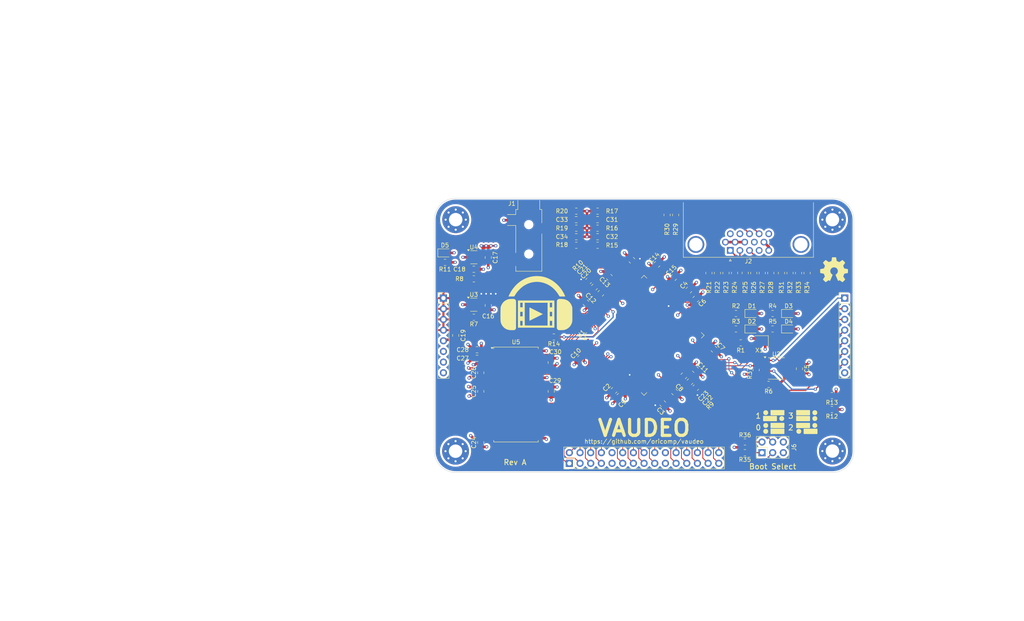
<source format=kicad_pcb>
(kicad_pcb (version 20240108) (generator "pcbnew") (generator_version "8.0")
  (layers (0 "F.Cu" signal) (1 "In1.Cu" power) (2 "In2.Cu" power) (31 "B.Cu" power) (34 "B.Paste" user) (35 "F.Paste" user) (36 "B.SilkS" user "B.Silkscreen") (37 "F.SilkS" user "F.Silkscreen") (38 "B.Mask" user) (39 "F.Mask" user) (44 "Edge.Cuts" user))
  (net 0 "")
  (net 1 "GND")
  (net 2 "+1V2")
  (net 3 "+3V3")
  (net 4 "/Power & Programming/EN3V3")
  (net 5 "+5V")
  (net 6 "/Power & Programming/GNDPLL1")
  (net 7 "/Power & Programming/VCCPLL1")
  (net 8 "/Power & Programming/VCCPLL0")
  (net 9 "/Power & Programming/GNDPLL0")
  (net 10 "/Audio/AUDIO_R")
  (net 11 "/Audio/AUDIO_R_MID")
  (net 12 "/Audio/AUDIO_L_MID")
  (net 13 "/Audio/AUDIO_L")
  (net 14 "/LED0_R")
  (net 15 "/LED1_R")
  (net 16 "/LED2_R")
  (net 17 "/LED3_R")
  (net 18 "/Power & Programming/LED_PWR")
  (net 20 "/Video/VGA_GRN")
  (net 23 "/Video/VGA_BLU")
  (net 25 "/Video/VGA_VSYNC")
  (net 26 "/Video/VGA_HSYNC")
  (net 28 "/Video/VGA_RED")
  (net 29 "~{CRESET}")
  (net 30 "CDONE")
  (net 31 "SCK")
  (net 32 "SDO")
  (net 33 "~{FLASH_SEL}")
  (net 34 "~{FLASH_RESET}")
  (net 35 "SDI")
  (net 36 "DATA14")
  (net 37 "DATA13")
  (net 38 "DATA10")
  (net 39 "DATA6")
  (net 40 "ADDR2")
  (net 41 "DATA7")
  (net 42 "DATA2")
  (net 43 "CLK")
  (net 44 "ADDR3")
  (net 45 "DATA8")
  (net 46 "ADDR5")
  (net 47 "ADDR4")
  (net 48 "~{WRITE}{slash}READ")
  (net 49 "ADDR0")
  (net 50 "DATA4")
  (net 51 "DATA3")
  (net 52 "DATA0")
  (net 53 "DATA5")
  (net 54 "~{ENABLE}")
  (net 55 "DATA9")
  (net 56 "~{BYTE}{slash}WORD")
  (net 57 "DATA12")
  (net 58 "ADDR1")
  (net 59 "DATA1")
  (net 60 "DATA11")
  (net 61 "DATA15")
  (net 62 "Net-(J6-Pin_2)")
  (net 63 "CBSEL0")
  (net 64 "CBSEL1")
  (net 65 "Net-(J6-Pin_1)")
  (net 66 "/40MHz CLK")
  (net 67 "FPGA_VGA_CLK")
  (net 68 "/LED0")
  (net 69 "/LED1")
  (net 70 "/LED2")
  (net 71 "/LED3")
  (net 72 "/Power & Programming/EN1V2")
  (net 73 "SDRAM_CLK")
  (net 74 "/SDRAM/SDRAM_CLK_POST_RESISTOR")
  (net 75 "FPGA_AUDIO_R")
  (net 76 "FPGA_AUDIO_L")
  (net 77 "FPGA_RED3")
  (net 78 "FPGA_RED2")
  (net 79 "FPGA_RED1")
  (net 80 "FPGA_RED0")
  (net 81 "FPGA_GRN3")
  (net 82 "FPGA_GRN2")
  (net 83 "FPGA_GRN1")
  (net 84 "FPGA_HSYNC")
  (net 85 "FPGA_GRN0")
  (net 86 "FPGA_VSYNC")
  (net 87 "FPGA_BLU3")
  (net 88 "FPGA_BLU2")
  (net 89 "FPGA_BLU1")
  (net 90 "FPGA_BLU0")
  (net 91 "SDRAM_CKE")
  (net 92 "SDRAM_DQ9")
  (net 93 "SDRAM_A7")
  (net 94 "SDRAM_DQ0")
  (net 96 "SDRAM_DQ11")
  (net 98 "SDRAM_DQ4")
  (net 100 "SDRAM_A0")
  (net 102 "SDRAM_DQ5")
  (net 105 "SDRAM_A2")
  (net 107 "SDRAM_A11")
  (net 109 "~{SDRAM_CS}")
  (net 111 "SDRAM_A10")
  (net 113 "SDRAM_A9")
  (net 114 "~{SDRAM_WE}")
  (net 115 "SDRAM_DQ7")
  (net 116 "SDRAM_DQ3")
  (net 117 "SDRAM_A5")
  (net 118 "SDRAM_DQ10")
  (net 119 "~{SDRAM_RAS}")
  (net 120 "SDRAM_DQ6")
  (net 121 "SDRAM_BA0")
  (net 122 "SDRAM_DQ15")
  (net 123 "SDRAM_DQ13")
  (net 124 "SDRAM_BA1")
  (net 125 "SDRAM_A4")
  (net 126 "SDRAM_A1")
  (net 127 "SDRAM_A8")
  (net 128 "SDRAM_DQ12")
  (net 129 "SDRAM_DQ1")
  (net 130 "SDRAM_A3")
  (net 132 "SDRAM_DQ2")
  (net 133 "SDRAM_A6")
  (net 135 "SDRAM_DQ14")
  (net 136 "SDRAM_DQ8")
  (net 137 "SDRAM_UDQM")
  (net 138 "~{SDRAM_CAS}")
  (net 139 "SDRAM_LDQM")
  (net 150 "unconnected-(U1B-IOR_148-Pad98)")
  (footprint "Resistor_SMD:R_0805_2012Metric_Pad1.20x1.40mm_HandSolder" (layer "F.Cu") (at 162.56 72.771 180)
    (property "Reference" "R18")
    (property "Value" "220" (hide yes))
  )
  (footprint "Capacitor_SMD:C_0805_2012Metric_Pad1.18x1.45mm_HandSolder" (layer "F.Cu") (at 170.434 80.391 135)
    (property "Reference" "C13")
    (property "Value" "4.7uF" (hide yes))
  )
  (footprint "Capacitor_SMD:C_0805_2012Metric_Pad1.18x1.45mm_HandSolder" (layer "F.Cu") (at 164.846 86.487 135)
    (property "Reference" "C12")
    (property "Value" "4.7uF" (hide yes))
  )
  (footprint "Resistor_SMD:R_0805_2012Metric_Pad1.20x1.40mm_HandSolder" (layer "F.Cu") (at 184.166334 65.548 90)
    (property "Reference" "R30")
    (property "Value" "470" (hide yes))
  )
  (footprint "Resistor_SMD:R_0805_2012Metric_Pad1.20x1.40mm_HandSolder" (layer "F.Cu") (at 191.008 106.68 45)
    (property "Reference" "R9")
    (property "Value" "100" (hide yes))
  )
  (footprint "Capacitor_SMD:C_0805_2012Metric_Pad1.18x1.45mm_HandSolder" (layer "F.Cu") (at 156.591 107.569 -90)
    (property "Reference" "C29")
    (property "Value" "4.7uF" (hide yes))
  )
  (footprint "Resistor_SMD:R_0805_2012Metric_Pad1.20x1.40mm_HandSolder" (layer "F.Cu") (at 194.123665 79.391 90)
    (property "Reference" "R21")
    (property "Value" "530" (hide yes))
  )
  (footprint "Diode_SMD:D_0805_2012Metric" (layer "F.Cu") (at 213.09 89.027)
    (property "Reference" "D3")
    (property "Value" "RED" (hide yes))
  )
  (footprint "Resistor_SMD:R_0805_2012Metric_Pad1.20x1.40mm_HandSolder" (layer "F.Cu") (at 223.393 111.887 180)
    (property "Reference" "R12")
    (property "Value" "10K" (hide yes))
  )
  (footprint "Connector_PinHeader_2.54mm:PinHeader_2x03_P2.54mm_Vertical" (layer "F.Cu") (at 206.756 122.174 90)
    (property "Reference" "J6")
    (property "Value" "CBSEL" (hide yes))
  )
  (footprint "MountingHole:MountingHole_3.2mm_M3_Pad_Via" (layer "F.Cu") (at 133.858 66.675)
    (property "Reference" "H1" (hide yes))
    (property "Value" "MountingHole_Pad" (hide yes))
  )
  (footprint "Resistor_SMD:R_0805_2012Metric_Pad1.20x1.40mm_HandSolder" (layer "F.Cu") (at 205.359 102.489 -90)
    (property "Reference" "R37")
    (property "Value" "10K" (hide yes))
  )
  (footprint "Resistor_SMD:R_0805_2012Metric_Pad1.20x1.40mm_HandSolder" (layer "F.Cu") (at 167.624 64.643)
    (property "Reference" "R17")
    (property "Value" "1K8" (hide yes))
  )
  (footprint "Capacitor_SMD:C_0805_2012Metric_Pad1.18x1.45mm_HandSolder" (layer "F.Cu") (at 163.576 99.695 -135)
    (property "Reference" "C10")
    (property "Value" "4.7uF" (hide yes))
  )
  (footprint "Resistor_SMD:R_0805_2012Metric_Pad1.20x1.40mm_HandSolder" (layer "F.Cu") (at 165.481 81.28 45)
    (property "Reference" "R10")
    (property "Value" "100" (hide yes))
  )
  (footprint "Capacitor_SMD:C_0805_2012Metric_Pad1.18x1.45mm_HandSolder" (layer "F.Cu") (at 168.402 84.201 -135)
    (property "Reference" "C20")
    (property "Value" "4.7uF" (hide yes))
  )
  (footprint "Resistor_SMD:R_0805_2012Metric_Pad1.20x1.40mm_HandSolder" (layer "F.Cu") (at 209.272 92.71)
    (property "Reference" "R5")
    (property "Value" "330" (hide yes))
  )
  (footprint "Resistor_SMD:R_0805_2012Metric_Pad1.20x1.40mm_HandSolder" (layer "F.Cu") (at 200.56025 89.027)
    (property "Reference" "R2")
    (property "Value" "330" (hide yes))
  )
  (footprint "Capacitor_SMD:C_0805_2012Metric_Pad1.18x1.45mm_HandSolder" (layer "F.Cu") (at 188.153435 103.8753 -135)
    (property "Reference" "C23")
    (property "Value" "100nF" (hide yes))
  )
  (footprint "Capacitor_SMD:C_0805_2012Metric_Pad1.18x1.45mm_HandSolder" (layer "F.Cu") (at 215.662 102.184 90)
    (property "Reference" "C5")
    (property "Value" "4.7uF" (hide yes))
  )
  (footprint "Capacitor_SMD:C_0805_2012Metric_Pad1.18x1.45mm_HandSolder" (layer "F.Cu") (at 141.605 87.1005 -90)
    (property "Reference" "C16")
    (property "Value" "10uF" (hide yes))
  )
  (footprint "Resistor_SMD:R_0805_2012Metric_Pad1.20x1.40mm_HandSolder" (layer "F.Cu") (at 213.427665 79.391 90)
    (property "Reference" "R32")
    (property "Value" "1070" (hide yes))
  )
  (footprint "Package_SO:TSOP-II-54_22.2x10.16mm_P0.8mm" (layer "F.Cu") (at 148.209 108.331)
    (property "Reference" "U5")
    (property "Value" "IS42S16400J-xT")
  )
  (footprint "Capacitor_SMD:C_0805_2012Metric_Pad1.18x1.45mm_HandSolder" (layer "F.Cu") (at 183.134 110.49 -45)
    (property "Reference" "C3")
    (property "Value" "4.7uF" (hide yes))
  )
  (footprint "Package_SO:SOIC-8_3.9x4.9mm_P1.27mm" (layer "F.Cu") (at 210.185 102.108)
    (property "Reference" "U2")
    (property "Value" "AT45DB161E-SSHD-T" (hide yes))
  )
  (footprint "MountingHole:MountingHole_3.2mm_M3_Pad_Via" (layer "F.Cu") (at 133.822269 121.823926)
    (property "Reference" "H4" (hide yes))
    (property "Value" "MountingHole_Pad" (hide yes))
  )
  (footprint "Resistor_SMD:R_0805_2012Metric_Pad1.20x1.40mm_HandSolder" (layer "F.Cu") (at 196.155665 79.391 90)
    (property "Reference" "R22")
    (property "Value" "1070" (hide yes))
  )
  (footprint "Package_TO_SOT_SMD:SOT-23-5" (layer "F.Cu") (at 138.1815 75.631)
    (property "Reference" "U4")
    (property "Value" "AP2112K-3.3" (hide yes))
  )
  (footprint "Diode_SMD:D_0805_2012Metric" (layer "F.Cu") (at 204.37025 92.71)
    (property "Reference" "D2")
    (property "Value" "RED" (hide yes))
  )
  (footprint "Resistor_SMD:R_0805_2012Metric_Pad1.20x1.40mm_HandSolder" (layer "F.Cu") (at 223.393 108.585 180)
    (property "Reference" "R13")
    (property "Value" "10K" (hide yes))
  )
  (footprint "Resistor_SMD:R_0805_2012Metric_Pad1.20x1.40mm_HandSolder" (layer "F.Cu") (at 198.187665 79.391 90)
    (property "Reference" "R23")
    (property "Value" "2150" (hide yes))
  )
  (footprint "Capacitor_SMD:C_0805_2012Metric_Pad1.18x1.45mm_HandSolder" (layer "F.Cu") (at 185.702377 80.489623 45)
    (property "Reference" "C15")
    (property "Value" "4.7uF" (hide yes))
  )
  (footprint "Capacitor_SMD:C_0805_2012Metric_Pad1.18x1.45mm_HandSolder" (layer "F.Cu") (at 162.5385 66.675)
    (property "Reference" "C33")
    (property "Value" "47uF" (hide yes))
  )
  (footprint "Resistor_SMD:R_0805_2012Metric_Pad1.20x1.40mm_HandSolder" (layer "F.Cu") (at 206.823665 79.391 90)
    (property "Reference" "R27")
    (property "Value" "2150" (hide yes))
  )
  (footprint "Diode_SMD:D_0805_2012Metric" (layer "F.Cu") (at 204.37025 89.027)
    (property "Reference" "D1")
    (property "Value" "RED" (hide yes))
  )
  (footprint "Resistor_SMD:R_0805_2012Metric_Pad1.20x1.40mm_HandSolder" (layer "F.Cu") (at 157.226 94.615 180)
    (property "Reference" "R14")
    (property "Value" "100" (hide yes))
  )
  (footprint "Resistor_SMD:R_0805_2012Metric_Pad1.20x1.40mm_HandSolder" (layer "F.Cu") (at 162.56 64.643 180)
    (property "Reference" "R20")
    (property "Value" "1K8" (hide yes))
  )
  (footprint "Resistor_SMD:R_0805_2012Metric_Pad1.20x1.40mm_HandSolder" (layer "F.Cu") (at 167.624 72.771)
    (property "Reference" "R15")
    (property "Value" "220" (hide yes))
  )
  (footprint "Capacitor_SMD:C_0805_2012Metric_Pad1.18x1.45mm_HandSolder" (layer "F.Cu") (at 190.909377 102.390377 -45)
    (property "Reference" "C11")
    (property "Value" "4.7uF" (hide yes))
  )
  (footprint "Capacitor_SMD:C_0805_2012Metric_Pad1.18x1.45mm_HandSolder" (layer "F.Cu") (at 181.765377 77.314623 45)
    (property "Reference" "C14")
    (property "Value" "4.7uF" (hide yes))
  )
  (footprint "Capacitor_SMD:C_0805_2012Metric_Pad1.18x1.45mm_HandSolder" (layer "F.Cu") (at 162.56 70.739)
    (property "Reference" "C34")
    (property "Value" "100nF" (hide yes))
  )
  (footprint "Resistor_SMD:R_0805_2012Metric_Pad1.20x1.40mm_HandSolder" (layer "F.Cu") (at 208.329 105.918 180)
    (property "Reference" "R6")
    (property "Value" "10K" (hide yes))
  )
  (footprint "Resistor_SMD:R_0805_2012Metric_Pad1.20x1.40mm_HandSolder" (layer "F.Cu") (at 200.219665 79.375 90)
    (property "Reference" "R24")
    (property "Value" "4300" (hide yes))
  )
  (footprint "Capacitor_SMD:C_0805_2012Metric_Pad1.18x1.45mm_HandSolder" (layer "F.Cu") (at 185.956377 107.724377 -45)
    (property "Reference" "C8")
    (property "Value" "4.7uF" (hide yes))
  )
  (footprint "Connector_PinHeader_2.54mm:PinHeader_1x08_P2.54mm_Vertical" (layer "F.Cu") (at 226.441 85.359)
    (property "Reference" "J3" (hide yes))
    (property "Value" "Conn_01x08" (hide yes))
  )
  (footprint "vaudeo:vaudeo-logo" (layer "F.Cu") (at 153.035 86.487)
    (property "Reference" "G***" (hide yes))
    (property "Value" "LOGO" (hide yes))
  )
  (footprint "Resistor_SMD:R_0805_2012Metric_Pad1.20x1.40mm_HandSolder" (layer "F.Cu") (at 162.56 68.707 180)
    (property "Reference" "R19")
    (property "Value" "100" (hide yes))
  )
  (footprint "Capacitor_SMD:C_0805_2012Metric_Pad1.18x1.45mm_HandSolder" (layer "F.Cu") (at 171.548623 107.343377 -135)
    (property "Reference" "C2")
    (property "Value" "4.7uF" (hide yes))
  )
  (footprint "Resistor_SMD:R_0805_2012Metric_Pad1.20x1.40mm_HandSolder" (layer "F.Cu") (at 202.708 119.634)
    (property "Reference" "R36")
    (property "Value" "10K" (hide yes))
  )
  (footprint "Resistor_SMD:R_0805_2012Metric_Pad1.20x1.40mm_HandSolder" (layer "F.Cu") (at 217.491665 79.391 90)
    (property "Reference" "R34")
    (property "Value" "4300" (hide yes))
  )
  (footprint "Diode_SMD:D_0805_2012Metric" (layer "F.Cu") (at 213.09 92.71)
    (property "Reference" "D4")
    (property "Value" "RED" (hide yes))
  )
  (footprint "Package_TO_SOT_SMD:SOT-23-5" (layer "F.Cu") (at 138.1705 86.929)
    (property "Reference" "U3")
    (property "Value" "AP2112K-1.2" (hide yes))
  )
  (footprint "Resistor_SMD:R_0805_2012Metric_Pad1.20x1.40mm_HandSolder" (layer "F.Cu") (at 215.459665 79.391 90)
    (property "Reference" "R33")
    (property "Value" "2150" (hide yes))
  )
  (footprint "Capacitor_SMD:C_0805_2012Metric_Pad1.18x1.45mm_HandSolder" (layer "F.Cu") (at 156.591 100.711 90)
    (property "Reference" "C30")
    (property "Value" "4.7uF" (hide yes))
  )
  (footprint "Resistor_SMD:R_0805_2012Metric_Pad1.20x1.40mm_HandSolder" (layer "F.Cu") (at 208.855665 79.391 90)
    (property "Reference" "R28")
    (property "Value" "4300" (hide yes))
  )
  (footprint "Capacitor_SMD:C_0805_2012Metric_Pad1.18x1.45mm_HandSolder" (layer "F.Cu") (at 166.883217 82.732082 -135)
    (property "Reference" "C21")
    (property "Value" "100nF" (hide yes))
  )
  (footprint "Capacitor_SMD:C_0805_2012Metric_Pad1.18x1.45mm_HandSolder" (layer "F.Cu") (at 189.357 83.439 45)
    (property "Reference" "C4")
    (property "Value" "4.7uF" (hide yes))
  )
  (footprint "Connector_Dsub:DSUB-15-HD_Female_Horizontal_P2.29x1.98mm_EdgePinOffset8.35mm_Housed_MountingHolesOffset10.89mm" (layer "F.Cu") (at 199.206665 73.999331 180)
    (property "Reference" "J2")
    (property "Value" "DE15_Receptacle_HighDensity_MountingHoles")
  )
  (footprint "Resistor_SMD:R_0805_2012Metric_Pad1.20x1.40mm_HandSolder" (layer "F.Cu") (at 202.759665 79.375 90)
    (property "Reference" "R25")
    (property "Value" "530" (hide yes))
  )
  (footprint "Capacitor_SMD:C_0805_2012Metric_Pad1.18x1.45mm_HandSolder" (layer "F.Cu") (at 139.827 119.761 -90)
    (property "Reference" "C24")
    (property "Value" "4.7uF" (hide yes))
  )
  (footprint "Capacitor_SMD:C_0805_2012Metric_Pad1.18x1.45mm_HandSolder" (layer "F.Cu") (at 175.796377 76.355377 135)
    (property "Reference" "C1" (hide yes))
    (property "Value" "4.7uF" (hide yes))
  )
  (footprint "MountingHole:MountingHole_3.2mm_M3_Pad_Via" (layer "F.Cu") (at 223.52 121.793)
    (property "Reference" "H3" (hide yes))
    (property "Value" "MountingHole_Pad" (hide yes))
  )
  (footprint "Connector_PinHeader_2.54mm:PinHeader_1x08_P2.54mm_Vertical" (layer "F.Cu") (at 130.937 85.359)
    (property "Reference" "J4" (hide yes))
    (property "Value" "Conn_01x08" (hide yes))
  )
  (footprint "Capacitor_SMD:C_0805_2012Metric_Pad1.18x1.45mm_HandSolder" (layer "F.Cu") (at 167.624 66.675 180)
    (property "Reference" "C31")
    (property "Value" "47uF" (hide yes))
  )
  (footprint "Capacitor_SMD:C_0805_2012Metric_Pad1.18x1.45mm_HandSolder" (layer "F.Cu") (at 191.008 85.598 45)
    (property "Reference" "C6")
    (property "Value" "4.7uF" (hide yes))
  )
  (footprint "Capacitor_SMD:C_0805_2012Metric_Pad1.18x1.45mm_HandSolder" (layer "F.Cu") (at 141.605 75.692 -90)
    (property "Reference" "C17")
    (property "Value" "10uF" (hide yes))
  )
  (footprint "Diode_SMD:D_0805_2012Metric" (layer "F.Cu") (at 131.288 74.5945)
    (property "Reference" "D5")
    (property "Value" "RED" (hide yes))
  )
  (footprint "Resistor_SMD:R_0805_2012Metric_Pad1.20x1.40mm_HandSolder" (layer "F.Cu") (at 131.318 76.835 180)
    (property "Reference" "R11")
    (property "Value" "330" (hide yes))
  )
  (footprint "Capacitor_SMD:C_0805_2012Metric_Pad1.18x1.45mm_HandSolder" (layer "F.Cu") (at 139.827 107.569 90)
    (property "Reference" "C25")
    (property "Value" "4.7uF" (hide yes))
  )
  (footprint "Symbol:OSHW-Symbol_6.7x6mm_SilkScreen" (layer "F.Cu") (at 223.901 78.613)
    (property "Reference" "REF**" (hide yes))
    (property "Value" "OSHW-Symbol_6.7x6mm_SilkScreen" (hide yes))
  )
  (footprint "Capacitor_SMD:C_0805_2012Metric_Pad1.18x1.45mm_HandSolder" (layer "F.Cu") (at 138.938 97.663 180)
    (property "Reference" "C28")
    (property "Value" "4.7uF" (hide yes))
  )
  (footprint "Capacitor_SMD:C_0805_2012Metric_Pad1.18x1.45mm_HandSolder" (layer "F.Cu") (at 138.176 78.486)
    (property "Reference" "C18")
    (property "Value" "1uF" (hide yes))
  )
  (footprint "Resistor_SMD:R_0805_2012Metric_Pad1.20x1.40mm_HandSolder" (layer "F.Cu") (at 202.692 122.174 180)
    (property "Reference" "R35")
    (property "Value" "10K" (hide yes))
  )
  (footprint "Oscillator:Oscillator_SMD_SeikoEpson_SG210-4Pin_2.5x2.0mm" (layer "F.Cu") (at 206.668 95.616 180)
    (property "Reference" "X1")
    (property "Value" "SG-210STF" (hide yes))
  )
  (footprint "Capacitor_SMD:C_0805_2012Metric_Pad1.18x1.45mm_HandSolder" (layer "F.Cu") (at 172.945623 108.740377 -135)
    (property "Reference" "C9")
    (property "Value" "4.7uF" (hide yes))
  )
  (footprint "MountingHole:MountingHole_3.2mm_M3_Pad_Via" (layer "F.Cu") (at 223.52 66.675)
    (property "Reference" "H2" (hide yes))
    (property "Value" "MountingHole_Pad" (hide yes))
  )
  (footprint "Capacitor_SMD:C_0805_2012Metric_Pad1.18x1.45mm_HandSolder" (layer "F.Cu") (at 133.858 94.249 -90)
    (property "Reference" "C19")
    (property "Value" "10uF" (hide yes))
  )
  (footprint "Capacitor_SMD:C_0805_2012Metric_Pad1.18x1.45mm_HandSolder" (layer "F.Cu") (at 138.938 99.695 180)
    (property "Reference" "C27")
    (property "Value" "4.7uF" (hide yes))
  )
  (footprint "Resistor_SMD:R_0805_2012Metric_Pad1.20x1.40mm_HandSolder" (layer "F.Cu") (at 167.624 68.707)
    (property "Reference" "R16")
    (property "Value" "100" (hide yes))
  )
  (footprint "Resistor_SMD:R_0805_2012Metric_Pad1.20x1.40mm_HandSolder" (layer "F.Cu") (at 211.395665 79.391 90)
    (property "Reference" "R31")
    (property "Value" "530" (hide yes))
  )
  (footprint "Resistor_SMD:R_0805_2012Metric_Pad1.20x1.40mm_HandSolder" (layer "F.Cu") (at 186.198334 65.548 90)
    (property "Reference" "R29")
    (property "Value" "470" (hide yes))
  )
  (footprint "Resistor_SMD:R_0805_2012Metric_Pad1.20x1.40mm_HandSolder" (layer "F.Cu") (at 138.176 80.772 180)
    (property "Reference" "R8")
    (property "Value" "10K" (hide yes))
  )
  (footprint "Capacitor_SMD:C_0805_2012Metric_Pad1.18x1.45mm_HandSolder" (layer "F.Cu") (at 189.611 105.283 -135)
    (property "Reference" "C22")
    (property "Value" "4.7uF" (hide yes))
  )
  (footprint "Connector_PinHeader_2.54mm:PinHeader_2x15_P2.54mm_Vertical" (layer "F.Cu") (at 160.909 124.714 90)
    (property "Reference" "J5" (hide yes))
    (property "Value" "Conn_02x15_Odd_Even" (hide yes))
  )
  (footprint "Capacitor_SMD:C_0805_2012Metric_Pad1.18x1.45mm_HandSolder" (layer "F.Cu") (at 167.624 70.739 180)
    (property "Reference" "C32")
    (property "Value" "100nF" (hide yes))
  )
  (footprint "Resistor_SMD:R_0805_2012Metric_Pad1.20x1.40mm_HandSolder" (layer "F.Cu") (at 138.176 89.916 180)
    (property "Reference" "R7")
    (property "Value" "10K" (hide yes))
  )
  (footprint "Resistor_SMD:R_0805_2012Metric_Pad1.20x1.40mm_HandSolder" (layer "F.Cu") (at 200.56025 92.71)
    (property "Reference" "R3")
    (property "Value" "330" (hide yes))
  )
  (footprint "Capacitor_SMD:C_0805_2012Metric_Pad1.18x1.45mm_HandSolder" (layer "F.Cu") (at 195.326 97.536 -45)
    (property "Reference" "C7")
    (property "Value" "4.7uF" (hide yes))
  )
  (footprint "Resistor_SMD:R_0805_2012Metric_Pad1.20x1.40mm_HandSolder" (layer "F.Cu") (at 204.791665 79.391 90)
    (property "Reference" "R26")
    (property "Value" "1070" (hide yes))
  )
  (footprint "Capacitor_SMD:C_0805_2012Metric_Pad1.18x1.45mm_HandSolder" (layer "F.Cu") (at 139.827 103.1455 90)
    (property "Reference" "C26")
    (property "Value" "4.7uF" (hide yes))
  )
  (footprint "Resistor_SMD:R_0805_2012Metric_Pad1.20x1.40mm_HandSolder" (layer "F.Cu") (at 201.692 96.012 180)
    (property "Reference" "R1")
    (property "Value" "100" (hide yes))
  )
  (footprint "Package_QFP:TQFP-144_20x20mm_P0.5mm" (layer "F.Cu") (at 178.689 94.234)
    (property "Reference" "U1")
    (property "Value" "ICE40HX4K-TQ144")
  )
  (footprint "Connector_Audio:Jack_3.5mm_CUI_SJ-3523-SMT_Horizontal" (layer "F.Cu") (at 151.257 70.358)
    (property "Reference" "J1")
    (property "Value" "AudioJack3" (hide yes))
  )
  (footprint "Resistor_SMD:R_0805_2012Metric_Pad1.20x1.40mm_HandSolder" (layer "F.Cu") (at 209.28 89.027)
    (property "Reference" "R4")
    (property "Value" "330" (hide yes))
  )
  (gr_rect (start 215.011 112.141) (end 218.059 113.157) (stroke (width 0.25)) (fill solid) (layer "F.SilkS"))
  (gr_rect (start 215.011 115.189) (end 218.059 116.205) (stroke (width 0.25)) (fill solid) (layer "F.SilkS"))
  (gr_rect (start 207.137 113.538) (end 210.185 114.554) (stroke (width 0.25)) (fill solid) (layer "F.SilkS"))
  (gr_rect (start 216.789 116.586) (end 219.837 117.602) (stroke (width 0.25)) (fill solid) (layer "F.SilkS"))
  (gr_circle (center 219.329 115.697) (end 219.786905 115.697) (stroke (width 0.25)) (fill solid) (layer "F.SilkS"))
  (gr_circle (center 207.645 112.649) (end 208.102905 112.649) (stroke (width 0.25)) (fill solid) (layer "F.SilkS"))
  (gr_circle (center 211.455 114.046) (end 211.912905 114.046) (stroke (width 0.25)) (fill solid) (layer "F.SilkS"))
  (gr_circle (center 219.329 112.649) (end 219.786905 112.649) (stroke (width 0.25)) (fill solid) (layer "F.SilkS"))
  (gr_rect (start 215.011 113.538) (end 218.059 114.554) (stroke (width 0.25)) (fill solid) (layer "F.SilkS"))
  (gr_circle (center 207.645 117.094) (end 208.102905 117.094) (stroke (width 0.25)) (fill solid) (layer "F.SilkS"))
  (gr_circle (center 207.645 115.697) (end 208.102905 115.697) (stroke (width 0.25)) (fill solid) (layer "F.SilkS"))
  (gr_rect (start 208.915 115.189) (end 211.963 116.205) (stroke (width 0.25)) (fill solid) (layer "F.SilkS"))
  (gr_circle (center 219.329 114.046) (end 219.786905 114.046) (stroke (width 0.25)) (fill solid) (layer "F.SilkS"))
  (gr_rect (start 208.915 112.141) (end 211.963 113.157) (stroke (width 0.25)) (fill solid) (layer "F.SilkS"))
  (gr_circle (center 215.519 117.094) (end 215.976905 117.094) (stroke (width 0.25)) (fill solid) (layer "F.SilkS"))
  (gr_rect (start 208.915 116.586) (end 211.963 117.602) (stroke (width 0.25)) (fill solid) (layer "F.SilkS"))
  (gr_arc (start 133.858 126.873) (mid 130.265898 125.385102) (end 128.778 121.793) (stroke (width 0.1)) (layer "Edge.Cuts"))
  (gr_line (start 128.778 121.793) (end 128.778 66.675) (stroke (width 0.1)) (layer "Edge.Cuts"))
  (gr_arc (start 223.52 61.595) (mid 227.112102 63.082898) (end 228.6 66.675) (stroke (width 0.1)) (layer "Edge.Cuts"))
  (gr_line (start 228.6 66.675) (end 228.6 121.793) (stroke (width 0.1)) (layer "Edge.Cuts"))
  (gr_arc (start 228.6 121.793) (mid 227.112102 125.385102) (end 223.52 126.873) (stroke (width 0.1)) (layer "Edge.Cuts"))
  (gr_line (start 133.858 61.595) (end 223.52 61.595) (stroke (width 0.1)) (layer "Edge.Cuts"))
  (gr_arc (start 128.778 66.675) (mid 130.265898 63.082898) (end 133.858 61.595) (stroke (width 0.1)) (layer "Edge.Cuts"))
  (gr_line (start 223.52 126.873) (end 133.858 126.873) (stroke (width 0.1)) (layer "Edge.Cuts"))
  (gr_text "1" (at 205.867 113.411 0) (layer "F.SilkS") (effects (font (size 1.27 1.27) (thickness 0.2032))))
  (gr_text "https://github.com/oricomp/vaudeo" (at 178.689 119.507 0) (layer "F.SilkS") (effects (font (size 1.016 1.016) (thickness 0.1524))))
  (gr_text "0" (at 205.867 116.205 0) (layer "F.SilkS") (effects (font (size 1.27 1.27) (thickness 0.2032))))
  (gr_text "3" (at 213.614 113.411 0) (layer "F.SilkS") (effects (font (size 1.27 1.27) (thickness 0.2032))))
  (gr_text "Rev A" (at 145.161 125.222 0) (layer "F.SilkS") (effects (font (size 1.27 1.27) (thickness 0.2032)) (justify left bottom)))
  (gr_text "2" (at 213.614 116.205 0) (layer "F.SilkS") (effects (font (size 1.27 1.27) (thickness 0.2032))))
  (gr_text "Boot Select" (at 209.296 125.476 0) (layer "F.SilkS") (effects (font (size 1.27 1.27) (thickness 0.2032))))
  (gr_text "VAUDEO" (at 178.689 116.332 0) (layer "F.SilkS") (effects (font (size 3.81 3.81) (thickness 0.762) (bold yes))))
  (segment (start 170.053 98.980912) (end 170.053 98.679) (width 0.254) (layer "F.Cu") (net 1))
  (segment (start 169.204931 88.639018) (end 170.18 89.614087) (width 0.254) (layer "F.Cu") (net 1))
  (segment (start 141.2025 120.7985) (end 141.224 120.777) (width 0.635) (layer "F.Cu") (net 1))
  (segment (start 190.090623 82.705377) (end 191.163377 81.632623) (width 0.635) (layer "F.Cu") (net 1))
  (segment (start 140.0265 106.731) (end 139.827 106.5315) (width 0.635) (layer "F.Cu") (net 1))
  (segment (start 186.436 79.756) (end 187.452 78.74) (width 0.635) (layer "F.Cu") (net 1))
  (segment (start 186.69 108.458) (end 187.734377 109.502377) (width 0.635) (layer "F.Cu") (net 1))
  (segment (start 141.605 78.105) (end 141.605 76.7295) (width 0.635) (layer "F.Cu") (net 1))
  (segment (start 169.037 78.994) (end 168.402 78.994) (width 0.635) (layer "F.Cu") (net 1))
  (segment (start 147.513 66.802) (end 147.557 66.758) (width 0.635) (layer "F.Cu") (net 1))
  (segment (start 153.959 118.731) (end 155.18 118.731) (width 0.635) (layer "F.Cu") (net 1))
  (segment (start 198.061665 72.019331) (end 202.641665 72.019331) (width 0.635) (layer "F.Cu") (net 1))
  (segment (start 139.827 106.5315) (end 137.0115 106.5315) (width 0.635) (layer "F.Cu") (net 1))
  (segment (start 131.1695 95.2865) (end 130.937 95.519) (width 0.635) (layer "F.Cu") (net 1))
  (segment (start 132.318 76.835) (end 133.731 76.835) (width 0.635) (layer "F.Cu") (net 1))
  (segment (start 191.741623 84.864377) (end 192.687377 83.918623) (width 0.635) (layer "F.Cu") (net 1))
  (segment (start 187.812534 88.285466) (end 186.69 89.408) (width 0.254) (layer "F.Cu") (net 1))
  (segment (start 187.819516 100.182535) (end 187.812535 100.182535) (width 0.254) (layer "F.Cu") (net 1))
  (segment (start 215.662 101.1465) (end 217.4615 101.1465) (width 0.635) (layer "F.Cu") (net 1))
  (segment (start 153.959 104.331) (end 155.511 104.331) (width 0.635) (layer "F.Cu") (net 1))
  (segment (start 137.0115 106.5315) (end 136.906 106.426) (width 0.635) (layer "F.Cu") (net 1))
  (segment (start 183.867623 111.223623) (end 184.883623 112.239623) (width 0.635) (layer "F.Cu") (net 1))
  (segment (start 187.812535 100.182535) (end 186.69 99.06) (width 0.254) (layer "F.Cu") (net 1))
  (segment (start 182.499 76.581) (end 183.515 75.565) (width 0.635) (layer "F.Cu") (net 1))
  (segment (start 215.3355 101.473) (end 215.662 101.1465) (width 0.635) (layer "F.Cu") (net 1))
  (segment (start 169.204931 99.828981) (end 170.053 98.980912) (width 0.254) (layer "F.Cu") (net 1))
  (segment (start 175.062754 75.621754) (end 174.018377 74.577377) (width 0.635) (layer "F.Cu") (net 1))
  (segment (start 142.459 106.731) (end 140.0265 106.731) (width 0.635) (layer "F.Cu") (net 1))
  (segment (start 137.9005 99.695) (end 137.9005 99.7165) (width 0.635) (layer "F.Cu") (net 1))
  (segment (start 137.9005 97.663) (end 137.9005 97.5145) (width 0.635) (layer "F.Cu") (net 1))
  (segment (start 170.18 89.614087) (end 170.18 89.662) (width 0.254) (layer "F.Cu") (net 1))
  (segment (start 208.366665 73.999331) (end 208.366665 73.164331) (width 0.635) (layer "F.Cu") (net 1))
  (segment (start 135.575 75.631) (end 137.044 75.631) (width 0.635) (layer "F.Cu") (net 1))
  (segment (start 181.809108 82.275057) (end 180.772165 83.312) (width 0.254) (layer "F.Cu") (net 1))
  (segment (start 180.772165 83.312) (end 180.721 83.312) (width 0.254) (layer "F.Cu") (net 1))
  (segment (start 156.3155 108.331) (end 156.591 108.6065) (width 0.635) (layer "F.Cu") (net 1))
  (segment (start 196.059623 98.269623) (end 197.104 99.314) (width 0.635) (layer "F.Cu") (net 1))
  (segment (start 166.624 68.707) (end 165.1 68.707) (width 0.635) (layer "F.Cu") (net 1))
  (segment (start 167.064098 92.155039) (end 166.376504 91.467445) (width 0.254) (layer "F.Cu") (net 1))
  (segment (start 155.462 97.931) (end 153.959 97.931) (width 0.635) (layer "F.Cu") (net 1))
  (segment (start 172.212 109.474) (end 171.196 110.49) (width 0.635) (layer "F.Cu") (net 1))
  (segment (start 212.66 101.473) (end 215.3355 101.473) (width 0.635) (layer "F.Cu") (net 1))
  (segment (start 137.9005 99.7165) (end 136.779 100.838) (width 0.635) (layer "F.Cu") (net 1))
  (segment (start 167.064098 92.637319) (end 167.064098 92.155039) (width 0.254) (layer "F.Cu") (net 1))
  (segment (start 169.700377 79.657377) (end 169.037 78.994) (width 0.635) (layer "F.Cu") (net 1))
  (segment (start 153.959 108.331) (end 156.3155 108.331) (width 0.635) (layer "F.Cu") (net 1))
  (segment (start 204.246 94.966) (end 204.216 94.996) (width 0.635) (layer "F.Cu") (net 1))
  (segment (start 170.427018 99.314) (end 170.815 99.314) (width 0.254) (layer "F.Cu") (net 1))
  (segment (start 140.004 101.931) (end 139.827 102.108) (width 0.635) (layer "F.Cu") (net 1))
  (segment (start 163.56 64.643) (end 165.1 64.643) (width 0.635) (layer "F.Cu") (net 1))
  (segment (start 156.591 109.601) (end 156.591 108.6065) (width 0.635) (layer "F.Cu") (net 1))
  (segment (start 169.558484 100.182534) (end 170.427018 99.314) (width 0.254) (layer "F.Cu") (net 1))
  (segment (start 140.462 78.486) (end 139.2135 78.486) (width 0.635) (layer "F.Cu") (net 1))
  (segment (start 139.827 120.7985) (end 141.2025 120.7985) (width 0.635) (layer "F.Cu") (net 1))
  (segment (start 145.288 66.802) (end 147.513 66.802) (width 0.635) (layer "F.Cu") (net 1))
  (segment (start 163.56 68.707) (end 165.1 68.707) (width 0.635) (layer "F.Cu") (net 1))
  (segment (start 142.459 101.931) (end 140.004 101.931) (width 0.635) (layer "F.Cu") (net 1))
  (segment (start 191.643 103.124) (end 192.687377 104.168377) (width 0.635) (layer "F.Cu") (net 1))
  (segment (start 167.365058 96.012) (end 167.386 96.012) (width 0.254) (layer "F.Cu") (net 1))
  (segment (start 205.818 94.966) (end 204.246 94.966) (width 0.635) (layer "F.Cu") (net 1))
  (segment (start 163.5975 70.739) (end 165.1 70.739) (width 0.635) (layer "F.Cu") (net 1))
  (segment (start 190.246 95.537951) (end 190.246 95.377) (width 0.254) (layer "F.Cu") (net 1))
  (segment (start 170.815 108.077) (end 169.799 109.093) (width 0.635) (layer "F.Cu") (net 1))
  (segment (start 191.35505 96.647001) (end 190.246 95.537951) (width 0.254) (layer "F.Cu") (net 1))
  (segment (start 165.1 64.643) (end 165.1 68.707) (width 0.635) (layer "F.Cu") (net 1))
  (segment (start 133.858 95.2865) (end 131.1695 95.2865) (width 0.635) (layer "F.Cu") (net 1))
  (segment (start 166.624 64.643) (end 165.1 64.643) (width 0.635) (layer "F.Cu") (net 1))
  (segment (start 164.112377 85.753377) (end 163.068 84.709) (width 0.635) (layer "F.Cu") (net 1))
  (segment (start 208.366665 73.164331) (end 207.221665 72.019331) (width 0.635) (layer "F.Cu") (net 1))
  (segment (start 137.9005 97.5145) (end 136.779 96.393) (width 0.635) (layer "F.Cu") (net 1))
  (segment (start 166.376504 97.000554) (end 167.365058 96.012) (width 0.254) (layer "F.Cu") (net 1))
  (segment (start 153.959 99.531) (end 156.4485 99.531) (width 0.635) (layer "F.Cu") (net 1))
  (segment (start 135.509 86.9188) (end 135.5192 86.929) (width 0.635) (layer "F.Cu") (net 1))
  (segment (start 157.988 99.6735) (end 156.591 99.6735) (width 0.635) (layer "F.Cu") (net 1))
  (segment (start 137.033 102.108) (end 136.906 101.981) (width 0.635) (layer "F.Cu") (net 1))
  (segment (start 187.819516 88.285466) (end 187.812534 88.285466) (width 0.254) (layer "F.Cu") (net 1))
  (segment (start 166.5865 70.739) (end 165.1 70.739) (width 0.635) (layer "F.Cu") (net 1))
  (segment (start 217.4615 101.1465) (end 217.948 100.66) (width 0.635) (layer "F.Cu") (net 1))
  (segment (start 139.827 102.108) (end 137.033 102.108) (width 0.635) (layer "F.Cu") (net 1))
  (segment (start 156.4485 99.531) (end 156.591 99.6735) (width 0.635) (layer "F.Cu") (net 1))
  (segment (start 135.5192 86.929) (end 137.033 86.929) (width 0.635) (layer "F.Cu") (net 1))
  (segment (start 141.605 88.138) (end 143.002 88.138) (width 0.635) (layer "F.Cu") (net 1))
  (segment (start 155.511 104.331) (end 155.575 104.267) (width 0.635) (layer "F.Cu") (net 1))
  (segment (start 165.1 68.707) (end 165.1 70.739) (width 0.635) (layer "F.Cu") (net 1))
  (segment (start 162.842377 100.428623) (end 162.052 101.219) (width 0.635) (layer "F.Cu") (net 1))
  (segment (start 155.18 118.731) (end 155.448 118.999) (width 0.635) (layer "F.Cu") (net 1))
  (via (at 180.721 83.312) (size 0.762) (drill 0.4) (layers "F.Cu" "B.Cu") (net 1))
  (via (at 141.605 78.105) (size 0.762) (drill 0.381) (layers "F.Cu" "B.Cu") (net 1))
  (via (at 191.163377 81.632623) (size 0.762) (drill 0.381) (layers "F.Cu" "B.Cu") (net 1))
  (via (at 170.815 99.314) (size 0.762) (drill 0.4) (layers "F.Cu" "B.Cu") (net 1))
  (via (at 204.216 94.996) (size 0.762) (drill 0.381) (layers "F.Cu" "B.Cu") (net 1))
  (via (at 155.448 118.999) (size 0.762) (drill 0.381) (layers "F.Cu" "B.Cu") (net 1))
  (via (at 197.104 99.314) (size 0.762) (drill 0.381) (layers "F.Cu" "B.Cu") (net 1))
  (via (at 136.779 96.393) (size 0.762) (drill 0.381) (layers "F.Cu" "B.Cu") (net 1))
  (via (at 171.196 110.49) (size 0.762) (drill 0.381) (layers "F.Cu" "B.Cu") (net 1))
  (via (at 174.018377 74.577377) (size 0.762) (drill 0.381) (layers "F.Cu" "B.Cu") (net 1))
  (via (at 156.591 109.601) (size 0.762) (drill 0.381) (layers "F.Cu" "B.Cu") (net 1))
  (via (at 143.002 88.138) (size 0.762) (drill 0.381) (layers "F.Cu" "B.Cu") (net 1))
  (via (at 217.948 100.66) (size 0.762) (drill 0.381) (layers "F.Cu" "B.Cu") (net 1))
  (via (at 192.687377 104.168377) (size 0.762) (drill 0.381) (layers "F.Cu" "B.Cu") (net 1))
  (via (at 145.288 66.802) (size 0.762) (drill 0.381) (layers "F.Cu" "B.Cu") (net 1))
  (via (at 168.402 78.994) (size 0.762) (drill 0.381) (layers "F.Cu" "B.Cu") (net 1))
  (via (at 170.18 89.662) (size 0.762) (drill 0.4) (layers "F.Cu" "B.Cu") (net 1))
  (via (at 136.779 100.838) (size 0.762) (drill 0.381) (layers "F.Cu" "B.Cu") (net 1))
  (via (at 133.731 76.835) (size 0.762) (drill 0.381) (layers "F.Cu" "B.Cu") (net 1))
  (via (at 184.883623 112.239623) (size 0.762) (drill 0.381) (layers "F.Cu" "B.Cu") (net 1))
  (via (at 187.452 78.74) (size 0.762) (drill 0.381) (layers "F.Cu" "B.Cu") (net 1))
  (via (at 167.064098 92.637319) (size 0.762) (drill 0.4) (layers "F.Cu" "B.Cu") (net 1))
  (via (at 183.515 75.565) (size 0.762) (drill 0.381) (layers "F.Cu" "B.Cu") (net 1))
  (via (at 135.575 75.631) (size 0.762) (drill 0.381) (layers "F.Cu" "B.Cu") (net 1))
  (via (at 135.509 86.9188) (size 0.762) (drill 0.381) (layers "F.Cu" "B.Cu") (net 1))
  (via (at 155.462 97.931) (size 0.762) (drill 0.381) (layers "F.Cu" "B.Cu") (net 1))
  (via (at 167.386 96.012) (size 0.762) (drill 0.4) (layers "F.Cu" "B.Cu") (net 1))
  (via (at 170.053 98.679) (size 0.762) (drill 0.4) (layers "F.Cu" "B.Cu") (net 1))
  (via (at 162.052 101.219) (size 0.762) (drill 0.381) (layers "F.Cu" "B.Cu") (net 1))
  (via (at 192.687377 83.918623) (size 0.762) (drill 0.381) (layers "F.Cu" "B.Cu") (net 1))
  (via (at 136.906 101.981) (size 0.762) (drill 0.381) (layers "F.Cu" "B.Cu") (net 1))
  (via (at 141.224 120.777) (size 0.762) (drill 0.381) (layers "F.Cu" "B.Cu") (net 1))
  (via (at 169.799 109.093) (size 0.762) (drill 0.381) (layers "F.Cu" "B.Cu") (net 1))
  (via (at 155.575 104.267) (size 0.762) (drill 0.381) (layers "F.Cu" "B.Cu") (net 1))
  (via (at 163.068 84.709) (size 0.762) (drill 0.381) (layers "F.Cu" "B.Cu") (net 1))
  (via (at 165.1 64.643) (size 0.762) (drill 0.381) (layers "F.Cu" "B.Cu") (net 1))
  (via (at 165.1 70.739) (size 0.762) (drill 0.381) (layers "F.Cu" "B.Cu") (net 1))
  (via (at 190.246 95.377) (size 0.762) (drill 0.4) (layers "F.Cu" "B.Cu") (net 1))
  (via (at 186.69 99.06) (size 0.762) (drill 0.4) (layers "F.Cu" "B.Cu") (net 1))
  (via (at 157.988 99.6735) (size 0.762) (drill 0.381) (layers "F.Cu" "B.Cu") (net 1))
  (via (at 136.906 106.426) (size 0.762) (drill 0.381) (layers "F.Cu" "B.Cu") (net 1))
  (via (at 140.462 78.486) (size 0.762) (drill 0.381) (layers "F.Cu" "B.Cu") (net 1))
  (via (at 187.734377 109.502377) (size 0.762) (drill 0.381) (layers "F.Cu" "B.Cu") (net 1))
  (via (at 186.69 89.408) (size 0.762) (drill 0.4) (layers "F.Cu" "B.Cu") (net 1))
  (via (at 165.1 68.707) (size 0.762) (drill 0.381) (layers "F.Cu" "B.Cu") (net 1))
  (segment (start 176.629553 81.214397) (end 177.175561 81.760405) (width 0.2032) (layer "F.Cu") (net 2))
  (segment (start 174.154678 104.778729) (end 172.323653 106.609754) (width 0.254) (layer "F.Cu") (net 2))
  (segment (start 184.613339 87.249) (end 184.531 87.249) (width 0.254) (layer "F.Cu") (net 2))
  (segment (start 176.586754 77.089) (end 177.701377 75.974377) (width 0.635) (layer "F.Cu") (net 2))
  (segment (start 164.773893 81.969893) (end 163.703 80.899) (width 0.635) (layer "F.Cu") (net 2))
  (segment (start 190.300893 107.387107) (end 190.318107 107.387107) (width 0.2032) (layer "F.Cu") (net 2))
  (segment (start 181.9816 109.3376) (end 182.400377 109.756377) (width 0.254) (layer "F.Cu") (net 2))
  (segment (start 185.698195 86.164144) (end 184.613339 87.249) (width 0.254) (layer "F.Cu") (net 2))
  (segment (start 178.081595 81.760405) (end 178.689 81.153) (width 0.2032) (layer "F.Cu") (net 2))
  (segment (start 139.308 85.979) (end 141.521 85.979) (width 0.635) (layer "F.Cu") (net 2))
  (segment (start 172.282246 106.609754) (end 172.268754 106.609754) (width 0.2032) (layer "F.Cu") (net 2))
  (segment (start 185.698195 86.164144) (end 185.730723 86.164144) (width 0.254) (layer "F.Cu") (net 2))
  (segment (start 182.400377 109.756377) (end 182.400377 109.826623) (width 0.254) (layer "F.Cu") (net 2))
  (segment (start 181.9816 107.77965) (end 181.9816 109.3376) (width 0.254) (layer "F.Cu") (net 2))
  (segment (start 178.689 79.248) (end 176.53 77.089) (width 0.2032) (layer "F.Cu") (net 2))
  (segment (start 187.722244 84.172623) (end 188.623377 84.172623) (width 0.254) (layer "F.Cu") (net 2))
  (segment (start 174.154678 104.778729) (end 175.26 103.673407) (width 0.254) (layer "F.Cu") (net 2))
  (segment (start 141.521 85.979) (end 141.605 86.063) (width 0.635) (layer "F.Cu") (net 2))
  (segment (start 172.323653 106.609754) (end 172.282246 106.609754) (width 0.254) (layer "F.Cu") (net 2))
  (segment (start 190.318107 107.387107) (end 191.389 108.458) (width 0.635) (layer "F.Cu") (net 2))
  (segment (start 177.175561 81.760405) (end 178.081595 81.760405) (width 0.2032) (layer "F.Cu") (net 2))
  (segment (start 175.26 103.673407) (end 175.26 103.632) (width 0.254) (layer "F.Cu") (net 2))
  (segment (start 178.689 81.153) (end 178.689 79.248) (width 0.2032) (layer "F.Cu") (net 2))
  (segment (start 182.400377 109.826623) (end 181.356 110.871) (width 0.635) (layer "F.Cu") (net 2))
  (segment (start 185.730723 86.164144) (end 187.722244 84.172623) (width 0.254) (layer "F.Cu") (net 2))
  (segment (start 181.102 106.90005) (end 181.9816 107.77965) (width 0.254) (layer "F.Cu") (net 2))
  (via (at 177.701377 75.974377) (size 0.762) (drill 0.381) (layers "F.Cu" "B.Cu") (net 2))
  (via (at 184.531 87.249) (size 0.762) (drill 0.4) (layers "F.Cu" "B.Cu") (net 2))
  (via (at 141.097 84.328) (size 0.762) (drill 0.4) (layers "F.Cu" "B.Cu") (net 2))
  (via (at 181.356 110.871) (size 0.762) (drill 0.4) (layers "F.Cu" "B.Cu") (net 2))
  (via (at 139.954 84.328) (size 0.762) (drill 0.4) (layers "F.Cu" "B.Cu") (net 2))
  (via (at 191.389 108.458) (size 0.762) (drill 0.381) (layers "F.Cu" "B.Cu") (net 2))
  (via (at 175.26 103.632) (size 0.762) (drill 0.381) (layers "F.Cu" "B.Cu") (net 2))
  (via (at 142.24 84.328) (size 0.762) (drill 0.4) (layers "F.Cu" "B.Cu") (net 2))
  (via (at 143.383 84.328) (size 0.762) (drill 0.4) (layers "F.Cu" "B.Cu") (net 2))
  (via (at 163.703 80.899) (size 0.762) (drill 0.381) (layers "F.Cu" "B.Cu") (net 2))
  (segment (start 215.1835 102.743) (end 215.662 103.2215) (width 0.635) (layer "F.Cu") (net 3))
  (segment (start 180.112972 80.435659) (end 181.031754 79.516877) (width 0.254) (layer "F.Cu") (net 3))
  (segment (start 140.2435 97.931) (end 139.9755 97.663) (width 0.635) (layer "F.Cu") (net 3))
  (segment (start 201.692 122.174) (end 201.692 120.904) (width 0.635) (layer "F.Cu") (net 3))
  (segment (start 190.175754 101.6) (end 191.163377 100.612377) (width 0.635) (layer "F.Cu") (net 3))
  (segment (start 175.215338 105.83939) (end 173.679246 107.375482) (width 0.254) (layer "F.Cu") (net 3))
  (segment (start 173.543874 86.614) (end 173.609 86.614) (width 0.254) (layer "F.Cu") (net 3))
  (segment (start 139.9755 96.1605) (end 139.954 96.139) (width 0.635) (layer "F.Cu") (net 3))
  (segment (start 181.031754 79.516877) (end 181.031754 78.048246) (width 0.254) (layer "F.Cu") (net 3))
  (segment (start 215.662 103.2215) (end 217.5885 103.2215) (width 0.635) (layer "F.Cu") (net 3))
  (segment (start 187.112409 100.889642) (end 187.879521 101.656754) (width 0.254) (layer "F.Cu") (net 3))
  (segment (start 165.862 87.503) (end 165.579623 87.220623) (width 0.254) (layer "F.Cu") (net 3))
  (segment (start 212.66 104.013) (end 212.66 102.743) (width 0.635) (layer "F.Cu") (net 3))
  (segment (start 172.386912 85.457038) (end 171.421623 84.491749) (width 0.254) (layer "F.Cu") (net 3))
  (segment (start 187.879521 101.656754) (end 190.175754 101.656754) (width 0.254) (layer "F.Cu") (net 3))
  (segment (start 156.4085 101.931) (end 156.591 101.7485) (width 0.635) (layer "F.Cu") (net 3))
  (segment (start 224.393 111.887) (end 225.806 111.887) (width 0.635) (layer "F.Cu") (net 3))
  (segment (start 214.0275 92.71) (end 215.376 92.71) (width 0.635) (layer "F.Cu") (net 3))
  (segment (start 164.662246 99.370754) (end 164.648754 99.370754) (width 0.2032) (layer "F.Cu") (net 3))
  (segment (start 139.827 104.183) (end 137.244 104.183) (width 0.635) (layer "F.Cu") (net 3))
  (segment (start 182.869768 83.322232) (end 184.968754 81.223246) (width 0.254) (layer "F.Cu") (net 3))
  (segment (start 174.244 108.585) (end 174.244 109.347) (width 0.635) (layer "F.Cu") (net 3))
  (segment (start 205.30775 92.71) (end 206.65625 92.71) (width 0.635) (layer "F.Cu") (net 3))
  (segment (start 157.988 106.5315) (end 156.591 106.5315) (width 0.635) (layer "F.Cu") (net 3))
  (segment (start 202.581 103.489) (end 202.565 103.505) (width 0.635) (layer "F.Cu") (net 3))
  (segment (start 180.041341 80.50729) (end 180.041341 80.435659) (width 0.2032) (layer "F.Cu") (net 3))
  (segment (start 140.1395 99.531) (end 139.9755 99.695) (width 0.635) (layer "F.Cu") (net 3))
  (segment (start 201.692 119.65) (end 201.708 119.634) (width 0.635) (layer "F.Cu") (net 3))
  (segment (start 182.869768 83.335717) (end 182.869768 83.322232) (width 0.2032) (layer "F.Cu") (net 3))
  (segment (start 190.274377 86.331623) (end 190.344623 86.331623) (width 0.254) (layer "F.Cu") (net 3))
  (segment (start 165.509377 87.220623) (end 164.465 88.265) (width 0.635) (layer "F.Cu") (net 3))
  (segment (start 157.2045 101.7485) (end 156.591 101.7485) (width 0.635) (layer "F.Cu") (net 3))
  (segment (start 171.421623 84.491749) (end 171.421623 81.251623) (width 0.254) (layer "F.Cu") (net 3))
  (segment (start 139.827 118.7235) (end 138.0275 118.7235) (width 0.635) (layer "F.Cu") (net 3))
  (segment (start 205.359 103.489) (end 202.581 103.489) (width 0.635) (layer "F.Cu") (net 3))
  (segment (start 184.277 80.264) (end 184.277 80.391) (width 0.635) (layer "F.Cu") (net 3))
  (segment (start 183.223321 104.778729) (end 182.118 103.673408) (width 0.254) (layer "F.Cu") (net 3))
  (segment (start 137.1385 108.6065) (end 137.033 108.712) (width 0.635) (layer "F.Cu") (net 3))
  (segment (start 210.755 105.918) (end 212.66 104.013) (width 0.635) (layer "F.Cu") (net 3))
  (segment (start 142.459 104.331) (end 139.975 104.331) (width 0.635) (layer "F.Cu") (net 3))
  (segment (start 139.9755 97.663) (end 139.9755 96.1605) (width 0.635) (layer "F.Cu") (net 3))
  (segment (start 156.3915 106.731) (end 156.591 106.5315) (width 0.635) (layer "F.Cu") (net 3))
  (segment (start 138.0275 118.7235) (end 137.414 118.11) (width 0.635) (layer "F.Cu") (net 3))
  (segment (start 194.592377 96.745623) (end 195.707 95.631) (width 0.635) (layer "F.Cu") (net 3))
  (segment (start 187.652039 86.331623) (end 190.274377 86.331623) (width 0.254) (layer "F.Cu") (net 3))
  (segment (start 169.558484 88.285465) (end 169.558484 88.278484) (width 0.2032) (layer "F.Cu") (net 3))
  (segment (start 164.309623 98.961377) (end 164.309623 100.301623) (width 0.635) (layer "F.Cu") (net 3))
  (segment (start 214.0275 89.027) (end 215.376 89.027) (width 0.635) (layer "F.Cu") (net 3))
  (segment (start 153.959 101.931) (end 156.4085 101.931) (width 0.635) (layer "F.Cu") (net 3))
  (segment (start 182.118 103.673408) (end 182.118 103.632) (width 0.254) (layer "F.Cu") (net 3))
  (segment (start 141.5785 74.681) (end 141.605 74.6545) (width 0.635) (layer "F.Cu") (net 3))
  (segment (start 142.459 99.531) (end 140.1395 99.531) (width 0.635) (layer "F.Cu") (net 3))
  (segment (start 168.776019 87.503) (end 168.148 87.503) (width 0.254) (layer "F.Cu") (net 3))
  (segment (start 139.827 108.6065) (end 137.1385 108.6065) (width 0.635) (layer "F.Cu") (net 3))
  (segment (start 168.148 87.503) (end 165.862 87.503) (width 0.254) (layer "F.Cu") (net 3))
  (segment (start 142.459 118.731) (end 139.8345 118.731) (width 0.635) (layer "F.Cu") (net 3))
  (segment (start 224.393 108.585) (end 224.393 107.077) (width 0.635) (layer "F.Cu") (net 3))
  (segment (start 166.730057 97.354107) (end 165.122787 98.961377) (width 0.254) (layer "F.Cu") (net 3))
  (segment (start 192.41571 95.586341) (end 192.487341 95.586341) (width 0.2032) (layer "F.Cu") (net 3))
  (segment (start 186.758856 87.224806) (end 187.652039 86.331623) (width 0.254) (layer "F.Cu") (net 3))
  (segment (start 192.487341 95.657972) (end 193.631746 96.802377) (width 0.254) (layer "F.Cu") (net 3))
  (segment (start 180.791246 78.048246) (end 181.031754 78.048246) (width 0.635) (layer "F.Cu") (net 3))
  (segment (start 142.459 97.931) (end 140.2435 97.931) (width 0.635) (layer "F.Cu") (net 3))
  (segment (start 212.66 102.743) (end 215.1835 102.743) (width 0.635) (layer "F.Cu") (net 3))
  (segment (start 205.30775 89.027) (end 206.65625 89.027) (width 0.635) (layer "F.Cu") (net 3))
  (segment (start 169.558484 88.285465) (end 168.776019 87.503) (width 0.254) (layer "F.Cu") (net 3))
  (segment (start 209.329 105.918) (end 210.755 105.918) (width 0.635) (layer "F.Cu") (net 3))
  (segment (start 224.393 107.077) (end 224.409 107.061) (width 0.635) (layer "F.Cu") (net 3))
  (segment (start 207.518 94.966) (end 207.518 96.266) (width 0.635) (layer "F.Cu") (net 3))
  (segment (start 183.223321 104.778729) (end 185.222754 106.778162) (width 0.254) (layer "F.Cu") (net 3))
  (segment (start 138.461 101.2095) (end 138.049 101.2095) (width 0.635) (layer "F.Cu") (net 3))
  (segment (start 185.222754 106.778162) (end 185.222754 106.990754) (width 0.254) (layer "F.Cu") (net 3))
  (segment (start 165.122787 98.961377) (end 164.309623 98.961377) (width 0.254) (layer "F.Cu") (net 3))
  (segment (start 133.4315 74.5945) (end 133.477 74.549) (width 0.635) (layer "F.Cu") (net 3))
  (segment (start 190.344623 86.331623) (end 189.681246 86.995) (width 0.635) (layer "F.Cu") (net 3))
  (segment (start 132.2255 74.5945) (end 133.4315 74.5945) (width 0.635) (layer "F.Cu") (net 3))
  (segment (start 153.959 106.731) (end 156.3915 106.731) (width 0.635) (layer "F.Cu") (net 3))
  (segment (start 139.8345 118.731) (end 139.827 118.7235) (width 0.635) (layer "F.Cu") (net 3))
  (segment (start 173.679246 108.006754) (end 173.679246 108.020246) (width 0.2032) (layer "F.Cu") (net 3))
  (segment (start 139.975 104.331) (end 139.827 104.183) (width 0.635) (layer "F.Cu") (net 3))
  (segment (start 157.988 100.965) (end 157.2045 101.7485) (width 0.635) (layer "F.Cu") (net 3))
  (segment (start 184.968754 81.223246) (end 184.474246 81.223246) (width 0.2032) (layer "F.Cu") (net 3))
  (segment (start 194.592377 96.802377) (end 194.592377 96.745623) (width 0.254) (layer "F.Cu") (net 3))
  (segment (start 172.386912 85.457038) (end 173.543874 86.614) (width 0.254) (layer "F.Cu") (net 3))
  (segment (start 142.459 108.331) (end 140.1025 108.331) (width 0.635) (layer "F.Cu") (net 3))
  (segment (start 201.692 120.904) (end 201.422 120.904) (width 0.635) (layer "F.Cu") (net 3))
  (segment (start 184.277 80.391) (end 184.968754 81.082754) (width 0.635) (layer "F.Cu") (net 3))
  (segment (start 173.679246 108.020246) (end 174.244 108.585) (width 0.635) (layer "F.Cu") (net 3))
  (segment (start 207.518 96.266) (end 207.518 97.536) (width 0.635) (layer "F.Cu") (net 3))
  (segment (start 201.422 120.904) (end 200.152 120.904) (width 0.635) (layer "F.Cu") (net 3))
  (segment (start 179.832 77.089) (end 180.791246 78.048246) (width 0.635) (layer "F.Cu") (net 3))
  (segment (start 201.692 120.904) (end 201.692 119.65) (width 0.635) (layer "F.Cu") (net 3))
  (segment (start 173.679246 107.375482) (end 173.679246 108.006754) (width 0.2032) (layer "F.Cu") (net 3))
  (segment (start 193.631746 96.802377) (end 194.592377 96.802377) (width 0.254) (layer "F.Cu") (net 3))
  (segment (start 184.968754 81.223246) (end 184.968754 81.082754) (width 0.2032) (layer "F.Cu") (net 3))
  (segment (start 140.1025 108.331) (end 139.827 108.6065) (width 0.635) (layer "F.Cu") (net 3))
  (segment (start 164.309623 100.301623) (end 164.719 100.711) (width 0.635) (layer "F.Cu") (net 3))
  (segment (start 217.5885 103.2215) (end 217.948 103.581) (width 0.635) (layer "F.Cu") (net 3))
  (segment (start 139.319 74.681) (end 141.5785 74.681) (width 0.635) (layer "F.Cu") (net 3))
  (segment (start 189.681246 86.995) (end 188.976 86.995) (width 0.635) (layer "F.Cu") (net 3))
  (segment (start 137.244 104.183) (end 137.033 104.394) (width 0.635) (layer "F.Cu") (net 3))
  (segment (start 139.9755 99.695) (end 138.461 101.2095) (width 0.635) (layer "F.Cu") (net 3))
  (via (at 207.518 97.536) (size 0.762) (drill 0.381) (layers "F.Cu" "B.Cu") (net 3))
  (via (at 157.988 100.965) (size 0.762) (drill 0.381) (layers "F.Cu" "B.Cu") (net 3))
  (via (at 225.806 111.887) (size 0.762) (drill 0.381) (layers "F.Cu" "B.Cu") (net 3))
  (via (at 173.609 86.614) (size 0.762) (drill 0.381) (layers "F.Cu" "B.Cu") (net 3))
  (via (at 164.719 100.711) (size 0.762) (drill 0.381) (layers "F.Cu" "B.Cu") (net 3))
  (via (at 217.948 103.581) (size 0.762) (drill 0.381) (layers "F.Cu" "B.Cu") (net 3))
  (via (at 188.976 86.995) (size 0.762) (drill 0.4) (layers "F.Cu" "B.Cu") (net 3))
  (via (at 182.118 103.632) (size 0.762) (drill 0.4) (layers "F.Cu" "B.Cu") (net 3))
  (via (at 202.565 103.505) (size 0.762) (drill 0.381) (layers "F.Cu" "B.Cu") (net 3))
  (via (at 164.465 88.265) (size 0.762) (drill 0.381) (layers "F.Cu" "B.Cu") (net 3))
  (via (at 133.477 74.549) (size 0.762) (drill 0.381) (layers "F.Cu" "B.Cu") (net 3))
  (via (at 215.376 89.027) (size 0.762) (drill 0.381) (layers "F.Cu" "B.Cu") (net 3))
  (via (at 215.376 92.71) (size 0.762) (drill 0.381) (layers "F.Cu" "B.Cu") (net 3))
  (via (at 157.988 106.5315) (size 0.762) (drill 0.381) (layers "F.Cu" "B.Cu") (net 3))
  (via (at 174.244 109.347) (size 0.762) (drill 0.381) (layers "F.Cu" "B.Cu") (net 3))
  (via (at 139.954 96.139) (size 0.762) (drill 0.381) (layers "F.Cu" "B.Cu") (net 3))
  (via (at 138.049 101.2095) (size 0.762) (drill 0.381) (layers "F.Cu" "B.Cu") (net 3))
  (via (at 137.033 108.712) (size 0.762) (drill 0.381) (layers "F.Cu" "B.Cu") (net 3))
  (via (at 137.033 104.394) (size 0.762) (drill 0.381) (layers "F.Cu" "B.Cu") (net 3))
  (via (at 191.163377 100.612377) (size 0.762) (drill 0.381) (layers "F.Cu" "B.Cu") (net 3))
  (via (at 139.954 72.898) (size 0.762) (drill 0.4) (layers "F.Cu" "B.Cu") (net 3))
  (via (at 142.24 72.898) (size 0.762) (drill 0.4) (layers "F.Cu" "B.Cu") (net 3))
  (via (at 141.097 72.898) (size 0.762) (drill 0.4) (layers "F.Cu" "B.Cu") (net 3))
  (via (at 179.832 77.089) (size 0.762) (drill 0.381) (layers "F.Cu" "B.Cu") (net 3))
  (via (at 224.409 107.061) (size 0.762) (drill 0.381) (layers "F.Cu" "B.Cu") (net 3))
  (via (at 184.277 80.264) (size 0.762) (drill 0.381) (layers "F.Cu" "B.Cu") (net 3))
  (via (at 200.152 120.904) (size 0.762) (drill 0.381) (layers "F.Cu" "B.Cu") (net 3))
  (via (at 206.65625 89.027) (size 0.762) (drill 0.381) (layers "F.Cu" "B.Cu") (net 3))
  (via (at 206.65625 92.71) (size 0.762) (drill 0.381) (layers "F.Cu" "B.Cu") (net 3))
  (via (at 137.414 118.11) (size 0.762) (drill 0.381) (layers "F.Cu" "B.Cu") (net 3))
  (via (at 195.707 95.631) (size 0.762) (drill 0.381) (layers "F.Cu" "B.Cu") (net 3))
  (via (at 143.383 72.898) (size 0.762) (drill 0.4) (layers "F.Cu" "B.Cu") (net 3))
  (segment (start 137.176 80.772) (end 137.176 78.5235) (width 0.635) (layer "F.Cu") (net 4))
  (segment (start 137.176 78.5235) (end 137.1385 78.486) (width 0.635) (layer "F.Cu") (net 4))
  (segment (start 137.1385 78.486) (end 137.1385 76.6755) (width 0.635) (layer "F.Cu") (net 4))
  (segment (start 137.1385 76.6755) (end 137.044 76.581) (width 0.635) (layer "F.Cu") (net 4))
  (segment (start 169.03607 84.934623) (end 167.668377 84.934623) (width 0.254) (layer "F.Cu") (net 6))
  (segment (start 166.149594 83.465705) (end 167.618512 84.934623) (width 0.635) (layer "F.Cu") (net 6))
  (segment (start 170.972698 86.871251) (end 169.03607 84.934623) (width 0.254) (layer "F.Cu") (net 6))
  (segment (start 169.135623 84.327069) (end 169.135623 83.467377) (width 0.254) (layer "F.Cu") (net 7))
  (segment (start 171.326252 86.517698) (end 169.135623 84.327069) (width 0.254) (layer "F.Cu") (net 7))
  (segment (start 167.61684 81.998459) (end 169.085758 83.467377) (width 0.635) (layer "F.Cu") (net 7))
  (segment (start 167.613673 81.998459) (end 166.188107 80.572893) (width 0.635) (layer "F.Cu") (net 7))
  (segment (start 190.344623 104.549377) (end 190.344623 104.602409) (width 0.2032) (layer "F.Cu") (net 8))
  (segment (start 186.051748 101.950302) (end 187.243123 103.141677) (width 0.254) (layer "F.Cu") (net 8))
  (segment (start 187.243123 103.141677) (end 188.887058 103.141677) (width 0.254) (layer "F.Cu") (net 8))
  (segment (start 188.887058 103.141677) (end 190.294758 104.549377) (width 0.635) (layer "F.Cu") (net 8))
  (segment (start 190.344623 104.602409) (end 191.715107 105.972893) (width 0.635) (layer "F.Cu") (net 8))
  (segment (start 190.294758 104.549377) (end 190.344623 104.549377) (width 0.2032) (layer "F.Cu") (net 8))
  (segment (start 187.419812 104.025474) (end 187.419812 104.608923) (width 0.2032) (layer "F.Cu") (net 9))
  (segment (start 187.419812 104.608923) (end 188.827512 106.016623) (width 0.635) (layer "F.Cu") (net 9))
  (segment (start 185.698194 102.303856) (end 187.419812 104.025474) (width 0.254) (layer "F.Cu") (net 9))
  (segment (start 188.827512 106.016623) (end 188.877377 106.016623) (width 0.2032) (layer "F.Cu") (net 9))
  (segment (start 166.5865 66.675) (end 166.592 66.675) (width 0.3048) (layer "F.Cu") (net 10))
  (segment (start 160.85 62.865) (end 154.957 68.758) (width 0.3048) (layer "F.Cu") (net 10))
  (segment (start 166.846 62.865) (end 160.85 62.865) (width 0.3048) (layer "F.Cu") (net 10))
  (segment (start 166.592 66.675) (end 168.624 64.643) (width 0.3048) (layer "F.Cu") (net 10))
  (segment (start 168.624 64.643) (end 166.846 62.865) (width 0.3048) (layer "F.Cu") (net 10))
  (segment (start 168.624 72.771) (end 168.624 66.7125) (width 0.3048) (layer "F.Cu") (net 11))
  (segment (start 168.624 66.7125) (end 168.6615 66.675) (width 0.3048) (layer "F.Cu") (net 11))
  (segment (start 161.56 66.734) (end 161.501 66.675) (width 0.3048) (layer "F.Cu") (net 12))
  (segment (start 161.56 72.771) (end 161.56 66.734) (width 0.3048) (layer "F.Cu") (net 12))
  (segment (start 163.576 66.675) (end 163.576 66.659) (width 0.3048) (layer "F.Cu") (net 13))
  (segment (start 158.496 72.263) (end 154.559 76.2) (width 0.3048) (layer "F.Cu") (net 13))
  (segment (start 154.559 76.2) (end 154.517 76.158) (width 0.3048) (layer "F.Cu") (net 13))
  (segment (start 161.56 64.643) (end 158.496 67.707) (width 0.3048) (layer "F.Cu") (net 13))
  (segment (start 163.576 66.659) (end 161.56 64.643) (width 0.3048) (layer "F.Cu") (net 13))
  (segment (start 154.517 76.158) (end 147.557 76.158) (width 0.3048) (layer "F.Cu") (net 13))
  (segment (start 158.496 67.707) (end 158.496 72.263) (width 0.3048) (layer "F.Cu") (net 13))
  (segment (start 201.56025 89.027) (end 203.43275 89.027) (width 0.3048) (layer "F.Cu") (net 14))
  (segment (start 201.56025 92.71) (end 203.43275 92.71) (width 0.3048) (layer "F.Cu") (net 15))
  (segment (start 210.28 89.027) (end 212.1525 89.027) (width 0.3048) (layer "F.Cu") (net 16))
  (segment (start 210.272 92.71) (end 212.1525 92.71) (width 0.3048) (layer "F.Cu") (net 17))
  (segment (start 130.3505 76.8025) (end 130.318 76.835) (width 0.3048) (layer "F.Cu") (net 18))
  (segment (start 130.3505 74.5945) (end 130.3505 76.8025) (width 0.3048) (layer "F.Cu") (net 18))
  (segment (start 201.496665 76.984) (end 201.496665 73.999331) (width 0.3048) (layer "F.Cu") (net 20))
  (segment (start 208.855665 78.391) (end 202.775665 78.391) (width 0.3048) (layer "F.Cu") (net 20))
  (segment (start 202.775665 78.391) (end 202.759665 78.375) (width 0.3048) (layer "F.Cu") (net 20))
  (segment (start 202.759665 78.375) (end 202.759665 78.247) (width 0.3048) (layer "F.Cu") (net 20))
  (segment (start 202.759665 78.247) (end 201.496665 76.984) (width 0.3048) (layer "F.Cu") (net 20))
  (segment (start 217.491665 78.391) (end 211.395665 78.391) (width 0.3048) (layer "F.Cu") (net 23))
  (segment (start 209.204665 76.2) (end 205.987334 76.2) (width 0.3048) (layer "F.Cu") (net 23))
  (segment (start 205.987334 76.2) (end 203.786665 73.999331) (width 0.3048) (layer "F.Cu") (net 23))
  (segment (start 211.395665 78.391) (end 209.204665 76.2) (width 0.3048) (layer "F.Cu") (net 23))
  (segment (start 198.521334 62.484) (end 206.076665 70.039331) (width 0.3048) (layer "F.Cu") (net 25))
  (segment (start 184.166334 64.548) (end 184.166334 63.5) (width 0.3048) (layer "F.Cu") (net 25))
  (segment (start 184.166334 63.5) (end 185.182334 62.484) (width 0.3048) (layer "F.Cu") (net 25))
  (segment (start 185.182334 62.484) (end 198.521334 62.484) (width 0.3048) (layer "F.Cu") (net 25))
  (segment (start 203.786665 70.039331) (end 198.295334 64.548) (width 0.3048) (layer "F.Cu") (net 26))
  (segment (start 198.295334 64.548) (end 186.198334 64.548) (width 0.3048) (layer "F.Cu") (net 26))
  (segment (start 200.219665 75.012331) (end 199.206665 73.999331) (width 0.3048) (layer "F.Cu") (net 28))
  (segment (start 194.123665 78.391) (end 200.203665 78.391) (width 0.3048) (layer "F.Cu") (net 28))
  (segment (start 200.219665 78.375) (end 200.219665 75.012331) (width 0.3048) (layer "F.Cu") (net 28))
  (segment (start 200.203665 78.391) (end 200.219665 78.375) (width 0.3048) (layer "F.Cu") (net 28))
  (segment (start 222.393 102.107) (end 226.441 98.059) (width 0.3048) (layer "F.Cu") (net 29))
  (segment (start 202.289524 108.585) (end 222.393 108.585) (width 0.2032) (layer "F.Cu") (net 29))
  (segment (start 190.29439 97.707662) (end 190.93969 98.352962) (width 0.2032) (layer "F.Cu") (net 29))
  (segment (start 190.93969 98.352962) (end 192.057486 98.352962) (width 0.2032) (layer "F.Cu") (net 29))
  (segment (start 192.057486 98.352962) (end 202.289524 108.585) (width 0.2032) (layer "F.Cu") (net 29))
  (segment (start 222.393 108.585) (end 222.393 102.107) (width 0.3048) (layer "F.Cu") (net 29))
  (segment (start 224.044 110.236) (end 225.679 110.236) (width 0.3048) (layer "F.Cu") (net 30))
  (segment (start 225.933 109.982) (end 225.933 107.188) (width 0.3048) (layer "F.Cu") (net 30))
  (segment (start 224.663 105.918) (end 224.663 102.377) (width 0.3048) (layer "F.Cu") (net 30))
  (segment (start 190.635783 98.756162) (end 191.890476 98.756162) (width 0.2032) (layer "F.Cu") (net 30))
  (segment (start 224.663 102.377) (end 226.441 100.599) (width 0.3048) (layer "F.Cu") (net 30))
  (segment (start 225.933 107.188) (end 224.663 105.918) (width 0.3048) (layer "F.Cu") (net 30))
  (segment (start 225.679 110.236) (end 225.933 109.982) (width 0.3048) (layer "F.Cu") (net 30))
  (segment (start 205.021314 111.887) (end 222.393 111.887) (width 0.2032) (layer "F.Cu") (net 30))
  (segment (start 189.940836 98.061215) (end 190.635783 98.756162) (width 0.2032) (layer "F.Cu") (net 30))
  (segment (start 191.890476 98.756162) (end 205.021314 111.887) (width 0.2032) (layer "F.Cu") (net 30))
  (segment (start 222.393 111.887) (end 224.044 110.236) (width 0.3048) (layer "F.Cu") (net 30))
  (segment (start 196.126155 100.711) (end 200.279 100.711) (width 0.2032) (layer "F.Cu") (net 31))
  (segment (start 203.962 101.473) (end 207.71 101.473) (width 0.3048) (layer "F.Cu") (net 31))
  (segment (start 191.708603 96.293448) (end 194.729155 99.314) (width 0.2032) (layer "F.Cu") (net 31))
  (segment (start 210.9311 100.8539) (end 213.8521 100.8539) (width 0.3048) (layer "F.Cu") (net 31))
  (segment (start 210.312 101.473) (end 210.9311 100.8539) (width 0.3048) (layer "F.Cu") (net 31))
  (segment (start 224.267 90.439) (end 226.441 90.439) (width 0.3048) (layer "F.Cu") (net 31))
  (segment (start 207.71 101.473) (end 210.312 101.473) (width 0.3048) (layer "F.Cu") (net 31))
  (segment (start 213.8521 100.8539) (end 224.267 90.439) (width 0.3048) (layer "F.Cu") (net 31))
  (segment (start 194.729155 99.314) (end 196.126155 100.711) (width 0.2032) (layer "F.Cu") (net 31))
  (via (at 200.279 100.711) (size 0.762) (drill 0.381) (layers "F.Cu" "B.Cu") (net 31))
  (via (at 203.962 101.473) (size 0.762) (drill 0.381) (layers "F.Cu" "B.Cu") (net 31))
  (segment (start 201.295 101.473) (end 203.962 101.473) (width 0.2032) (layer "B.Cu") (net 31))
  (segment (start 200.533 100.711) (end 201.295 101.473) (width 0.2032) (layer "B.Cu") (net 31))
  (segment (start 200.279 100.711) (end 200.533 100.711) (width 0.2032) (layer "B.Cu") (net 31))
  (segment (start 212.66 100.203) (end 224.964 87.899) (width 0.3048) (layer "F.Cu") (net 32))
  (segment (start 210.693 100.203) (end 212.66 100.203) (width 0.2032) (layer "F.Cu") (net 32))
  (segment (start 196.317945 101.473) (end 201.295 101.473) (width 0.2032) (layer "F.Cu") (net 32))
  (segment (start 224.964 87.899) (end 226.441 87.899) (width 0.3048) (layer "F.Cu") (net 32))
  (segment (start 201.295 101.473) (end 203.581 99.187) (width 0.2032) (layer "F.Cu") (net 32))
  (segment (start 203.581 99.187) (end 209.677 99.187) (width 0.2032) (layer "F.Cu") (net 32))
  (segment (start 192.150999 97.536) (end 192.380945 97.536) (width 0.2032) (layer "F.Cu") (net 32))
  (segment (start 192.380945 97.536) (end 196.317945 101.473) (width 0.2032) (layer "F.Cu") (net 32))
  (segment (start 191.547503 97.546562) (end 192.140437 97.546562) (width 0.2032) (layer "F.Cu") (net 32))
  (segment (start 191.001496 97.000555) (end 191.547503 97.546562) (width 0.2032) (layer "F.Cu") (net 32))
  (segment (start 192.140437 97.546562) (end 192.150999 97.536) (width 0.2032) (layer "F.Cu") (net 32))
  (segment (start 209.677 99.187) (end 210.693 100.203) (width 0.2032) (layer "F.Cu") (net 32))
  (segment (start 207.329 105.918) (end 207.329 104.775) (width 0.3048) (layer "F.Cu") (net 33))
  (segment (start 198.7074 99.9966) (end 198.882 99.822) (width 0.2032) (layer "F.Cu") (net 33))
  (segment (start 220.218 99.202) (end 226.441 92.979) (width 0.3048) (layer "F.Cu") (net 33))
  (segment (start 196.1356 99.9966) (end 198.7074 99.9966) (width 0.2032) (layer "F.Cu") (net 33))
  (segment (start 207.329 104.394) (end 207.71 104.013) (width 0.3048) (layer "F.Cu") (net 33))
  (segment (start 201.168 104.775) (end 207.329 104.775) (width 0.2032) (layer "F.Cu") (net 33))
  (segment (start 199.517 103.124) (end 201.168 104.775) (width 0.2032) (layer "F.Cu") (net 33))
  (segment (start 207.329 106.11) (end 208.534 107.315) (width 0.3048) (layer "F.Cu") (net 33))
  (segment (start 192.078895 95.939895) (end 195.326 99.187) (width 0.2032) (layer "F.Cu") (net 33))
  (segment (start 207.329 105.918) (end 207.329 106.11) (width 0.3048) (layer "F.Cu") (net 33))
  (segment (start 208.534 107.315) (end 217.17 107.315) (width 0.3048) (layer "F.Cu") (net 33))
  (segment (start 217.17 107.315) (end 220.218 104.267) (width 0.3048) (layer "F.Cu") (net 33))
  (segment (start 192.062156 95.939895) (end 192.078895 95.939895) (width 0.2032) (layer "F.Cu") (net 33))
  (segment (start 207.329 104.775) (end 207.329 104.394) (width 0.3048) (layer "F.Cu") (net 33))
  (segment (start 220.218 104.267) (end 220.218 99.202) (width 0.3048) (layer "F.Cu") (net 33))
  (segment (start 195.326 99.187) (end 196.1356 99.9966) (width 0.2032) (layer "F.Cu") (net 33))
  (via (at 199.517 103.124) (size 0.762) (drill 0.381) (layers "F.Cu" "B.Cu") (net 33))
  (via (at 198.882 99.822) (size 0.762) (drill 0.381) (layers "F.Cu" "B.Cu") (net 33))
  (segment (start 198.882 99.822) (end 198.882 102.489) (width 0.2032) (layer "B.Cu") (net 33))
  (segment (start 198.882 102.489) (end 199.517 103.124) (width 0.2032) (layer "B.Cu") (net 33))
  (segment (start 207.71 102.743) (end 209.55 102.743) (width 0.3048) (layer "F.Cu") (net 34))
  (segment (start 221.234 105.283) (end 221.234 100.726) (width 0.3048) (layer "F.Cu") (net 34))
  (segment (start 221.234 100.726) (end 226.441 95.519) (width 0.3048) (layer "F.Cu") (net 34))
  (segment (start 219.456 107.061) (end 221.234 105.283) (width 0.3048) (layer "F.Cu") (net 34))
  (via (at 219.456 107.061) (size 0.762) (drill 0.381) (layers "F.Cu" "B.Cu") (net 34))
  (via (at 209.55 102.743) (size 0.762) (drill 0.381) (layers "F.Cu" "B.Cu") (net 34))
  (segment (start 209.55 102.743) (end 213.868 107.061) (width 0.3048) (layer "B.Cu") (net 34))
  (segment (start 213.868 107.061) (end 219.456 107.061) (width 0.3048) (layer "B.Cu") (net 34))
  (segment (start 192.224497 97.949762) (end 196.509734 102.235) (width 0.2032) (layer "F.Cu") (net 35))
  (segment (start 203.962 100.203) (end 207.71 100.203) (width 0.2032) (layer "F.Cu") (net 35))
  (segment (start 207.71 100.203) (end 209.423 100.203) (width 0.3048) (layer "F.Cu") (net 35))
  (segment (start 191.243597 97.949762) (end 192.224497 97.949762) (width 0.2032) (layer "F.Cu") (net 35))
  (segment (start 196.509734 102.235) (end 201.93 102.235) (width 0.2032) (layer "F.Cu") (net 35))
  (segment (start 201.93 102.235) (end 203.962 100.203) (width 0.2032) (layer "F.Cu") (net 35))
  (segment (start 190.647943 97.354108) (end 191.243597 97.949762) (width 0.2032) (layer "F.Cu") (net 35))
  (via (at 209.423 100.203) (size 0.762) (drill 0.381) (layers "F.Cu" "B.Cu") (net 35))
  (segment (start 209.423 100.203) (end 209.931 100.203) (width 0.3048) (layer "B.Cu") (net 35))
  (segment (start 209.931 100.203) (end 224.775 85.359) (width 0.3048) (layer "B.Cu") (net 35))
  (segment (start 224.775 85.359) (end 226.441 85.359) (width 0.3048) (layer "B.Cu") (net 35))
  (segment (start 183.576874 104.425176) (end 184.352098 105.2004) (width 0.2032) (layer "F.Cu") (net 36))
  (segment (start 184.352098 105.2004) (end 185.46698 105.2004) (width 0.2032) (layer "F.Cu") (net 36))
  (segment (start 185.46698 105.2004) (end 193.929 113.66242) (width 0.2032) (layer "F.Cu") (net 36))
  (segment (start 193.929 113.66242) (end 193.929 122.174) (width 0.2032) (layer "F.Cu") (net 36))
  (segment (start 184.959912 104.394) (end 185.801 104.394) (width 0.2032) (layer "F.Cu") (net 37))
  (segment (start 196.469 115.062) (end 196.469 122.174) (width 0.2032) (layer "F.Cu") (net 37))
  (segment (start 184.283981 103.718069) (end 184.959912 104.394) (width 0.2032) (layer "F.Cu") (net 37))
  (segment (start 185.801 104.394) (end 196.469 115.062) (width 0.2032) (layer "F.Cu") (net 37))
  (segment (start 190.119 114.67842) (end 190.119 123.444) (width 0.2032) (layer "F.Cu") (net 38))
  (segment (start 183.2166 106.8896) (end 183.2166 107.77602) (width 0.2032) (layer "F.Cu") (net 38))
  (segment (start 182.162661 105.83939) (end 182.16639 105.83939) (width 0.2032) (layer "F.Cu") (net 38))
  (segment (start 190.119 123.444) (end 191.389 124.714) (width 0.2032) (layer "F.Cu") (net 38))
  (segment (start 182.16639 105.83939) (end 183.2166 106.8896) (width 0.2032) (layer "F.Cu") (net 38))
  (segment (start 183.2166 107.77602) (end 190.119 114.67842) (width 0.2032) (layer "F.Cu") (net 38))
  (segment (start 178.23622 108.52978) (end 177.419 109.347) (width 0.2032) (layer "F.Cu") (net 39))
  (segment (start 177.419 109.347) (end 177.419 123.444) (width 0.2032) (layer "F.Cu") (net 39))
  (segment (start 177.17556 106.707595) (end 177.573595 106.707595) (width 0.2032) (layer "F.Cu") (net 39))
  (segment (start 178.23622 107.37022) (end 178.23622 108.52978) (width 0.2032) (layer "F.Cu") (net 39))
  (segment (start 177.419 123.444) (end 178.689 124.714) (width 0.2032) (layer "F.Cu") (net 39))
  (segment (start 176.629552 107.253603) (end 177.17556 106.707595) (width 0.2032) (layer "F.Cu") (net 39))
  (segment (start 177.573595 106.707595) (end 178.23622 107.37022) (width 0.2032) (layer "F.Cu") (net 39))
  (segment (start 178.63942 109.14258) (end 177.927 109.855) (width 0.2032) (layer "F.Cu") (net 40))
  (segment (start 177.927 109.855) (end 177.927 121.412) (width 0.2032) (layer "F.Cu") (net 40))
  (segment (start 174.861785 105.485836) (end 175.407792 104.939829) (width 0.2032) (layer "F.Cu") (net 40))
  (segment (start 176.376039 104.939829) (end 178.63942 107.203209) (width 0.2032) (layer "F.Cu") (net 40))
  (segment (start 177.927 121.412) (end 178.689 122.174) (width 0.2032) (layer "F.Cu") (net 40))
  (segment (start 178.63942 107.203209) (end 178.63942 109.14258) (width 0.2032) (layer "F.Cu") (net 40))
  (segment (start 175.407792 104.939829) (end 176.376039 104.939829) (width 0.2032) (layer "F.Cu") (net 40))
  (segment (start 179.07 107.06358) (end 179.07 109.474) (width 0.2032) (layer "F.Cu") (net 41))
  (segment (start 179.959 123.444) (end 181.229 124.714) (width 0.2032) (layer "F.Cu") (net 41))
  (segment (start 175.103886 104.536629) (end 176.543049 104.536629) (width 0.2032) (layer "F.Cu") (net 41))
  (segment (start 176.543049 104.536629) (end 179.07 107.06358) (width 0.2032) (layer "F.Cu") (net 41))
  (segment (start 179.07 109.474) (end 178.435 110.109) (width 0.2032) (layer "F.Cu") (net 41))
  (segment (start 178.435 117.856) (end 179.959 119.38) (width 0.2032) (layer "F.Cu") (net 41))
  (segment (start 178.435 110.109) (end 178.435 117.856) (width 0.2032) (layer "F.Cu") (net 41))
  (segment (start 179.959 119.38) (end 179.959 123.444) (width 0.2032) (layer "F.Cu") (net 41))
  (segment (start 174.508232 105.132283) (end 175.103886 104.536629) (width 0.2032) (layer "F.Cu") (net 41))
  (segment (start 166.243 119.126) (end 164.719 120.65) (width 0.2032) (layer "F.Cu") (net 42))
  (segment (start 164.719 123.444) (end 165.989 124.714) (width 0.2032) (layer "F.Cu") (net 42))
  (segment (start 172.386911 103.010962) (end 171.775273 103.6226) (width 0.2032) (layer "F.Cu") (net 42))
  (segment (start 171.775273 103.6226) (end 171.46456 103.6226) (width 0.2032) (layer "F.Cu") (net 42))
  (segment (start 166.243 108.84416) (end 166.243 119.126) (width 0.2032) (layer "F.Cu") (net 42))
  (segment (start 164.719 120.65) (end 164.719 123.444) (width 0.2032) (layer "F.Cu") (net 42))
  (segment (start 171.46456 103.6226) (end 166.243 108.84416) (width 0.2032) (layer "F.Cu") (net 42))
  (segment (start 168.783 105.16374) (end 164.973 108.97374) (width 0.2032) (layer "F.Cu") (net 43))
  (segment (start 164.973 118.11) (end 160.909 122.174) (width 0.2032) (layer "F.Cu") (net 43))
  (segment (start 171.679805 102.303856) (end 171.635144 102.303856) (width 0.2032) (layer "F.Cu") (net 43))
  (segment (start 168.783 105.156) (end 168.783 105.16374) (width 0.2032) (layer "F.Cu") (net 43))
  (segment (start 171.635144 102.303856) (end 168.783 105.156) (width 0.2032) (layer "F.Cu") (net 43))
  (segment (start 164.973 108.97374) (end 164.973 118.11) (width 0.2032) (layer "F.Cu") (net 43))
  (segment (start 180.594 108.96858) (end 180.59142 108.96858) (width 0.2032) (layer "F.Cu") (net 44))
  (segment (start 180.213 109.347) (end 180.213 109.34958) (width 0.2032) (layer "F.Cu") (net 44))
  (segment (start 180.59142 108.96858) (end 180.213 109.347) (width 0.2032) (layer "F.Cu") (net 44))
  (segment (start 179.07 116.84) (end 181.229 118.999) (width 0.2032) (layer "F.Cu") (net 44))
  (segment (start 179.07 110.49258) (end 179.07 116.84) (width 0.2032) (layer "F.Cu") (net 44))
  (segment (start 181.229 118.999) (end 181.229 122.174) (width 0.2032) (layer "F.Cu") (net 44))
  (segment (start 180.213 109.34958) (end 179.07 110.49258) (width 0.2032) (layer "F.Cu") (net 44))
  (segment (start 180.594 108.458) (end 180.594 108.96858) (width 0.2032) (layer "F.Cu") (net 44))
  (segment (start 180.04134 107.96071) (end 180.09671 107.96071) (width 0.2032) (layer "F.Cu") (net 44))
  (segment (start 180.09671 107.96071) (end 180.594 108.458) (width 0.2032) (layer "F.Cu") (net 44))
  (segment (start 179.959 110.17379) (end 179.959 115.57) (width 0.2032) (layer "F.Cu") (net 45))
  (segment (start 185.039 123.444) (end 186.309 124.714) (width 0.2032) (layer "F.Cu") (net 45))
  (segment (start 181.1498 108.98299) (end 179.959 110.17379) (width 0.2032) (layer "F.Cu") (net 45))
  (segment (start 185.039 120.65) (end 185.039 123.444) (width 0.2032) (layer "F.Cu") (net 45))
  (segment (start 179.959 115.57) (end 185.039 120.65) (width 0.2032) (layer "F.Cu") (net 45))
  (segment (start 180.394894 107.607156) (end 181.1498 108.362062) (width 0.2032) (layer "F.Cu") (net 45))
  (segment (start 181.1498 108.362062) (end 181.1498 108.98299) (width 0.2032) (layer "F.Cu") (net 45))
  (segment (start 181.809107 106.192943) (end 182.8134 107.197236) (width 0.2032) (layer "F.Cu") (net 46))
  (segment (start 182.8134 107.943031) (end 188.849 113.978631) (width 0.2032) (layer "F.Cu") (net 46))
  (segment (start 182.8134 107.197236) (end 182.8134 107.943031) (width 0.2032) (layer "F.Cu") (net 46))
  (segment (start 188.849 113.978631) (end 188.849 122.174) (width 0.2032) (layer "F.Cu") (net 46))
  (segment (start 180.748447 107.253603) (end 181.553 108.058156) (width 0.2032) (layer "F.Cu") (net 47))
  (segment (start 181.553 109.15) (end 180.594 110.109) (width 0.2032) (layer "F.Cu") (net 47))
  (segment (start 180.594 110.109) (end 180.594 112.776) (width 0.2032) (layer "F.Cu") (net 47))
  (segment (start 180.594 112.776) (end 186.309 118.491) (width 0.2032) (layer "F.Cu") (net 47))
  (segment (start 186.309 118.491) (end 186.309 122.174) (width 0.2032) (layer "F.Cu") (net 47))
  (segment (start 181.553 108.058156) (end 181.553 109.15) (width 0.2032) (layer "F.Cu") (net 47))
  (segment (start 171.96559 104.8322) (end 168.529 108.268789) (width 0.2032) (layer "F.Cu") (net 48))
  (segment (start 168.529 108.268789) (end 168.529 122.174) (width 0.2032) (layer "F.Cu") (net 48))
  (segment (start 173.447571 104.071623) (end 172.686994 104.8322) (width 0.2032) (layer "F.Cu") (net 48))
  (segment (start 172.686994 104.8322) (end 171.96559 104.8322) (width 0.2032) (layer "F.Cu") (net 48))
  (segment (start 175.568892 106.192943) (end 174.879 106.882835) (width 0.2032) (layer "F.Cu") (net 49))
  (segment (start 175.26 112.776) (end 173.609 114.427) (width 0.2032) (layer "F.Cu") (net 49))
  (segment (start 175.26 108.635657) (end 175.26 112.776) (width 0.2032) (layer "F.Cu") (net 49))
  (segment (start 174.879 106.882835) (end 174.879 108.254657) (width 0.2032) (layer "F.Cu") (net 49))
  (segment (start 174.879 108.254657) (end 175.26 108.635657) (width 0.2032) (layer "F.Cu") (net 49))
  (segment (start 173.609 114.427) (end 173.609 122.174) (width 0.2032) (layer "F.Cu") (net 49))
  (segment (start 169.037 108.331) (end 169.037 109.982) (width 0.2032) (layer "F.Cu") (net 50))
  (segment (start 172.339 123.444) (end 173.609 124.714) (width 0.2032) (layer "F.Cu") (net 50))
  (segment (start 169.037 109.982) (end 172.339 113.284) (width 0.2032) (layer "F.Cu") (net 50))
  (segment (start 173.801125 104.425176) (end 172.990901 105.2354) (width 0.2032) (layer "F.Cu") (net 50))
  (segment (start 172.339 113.284) (end 172.339 123.444) (width 0.2032) (layer "F.Cu") (net 50))
  (segment (start 172.990901 105.2354) (end 172.1326 105.2354) (width 0.2032) (layer "F.Cu") (net 50))
  (segment (start 172.1326 105.2354) (end 169.037 108.331) (width 0.2032) (layer "F.Cu") (net 50))
  (segment (start 173.094018 103.718069) (end 172.383087 104.429) (width 0.2032) (layer "F.Cu") (net 51))
  (segment (start 167.259 123.444) (end 168.529 124.714) (width 0.2032) (layer "F.Cu") (net 51))
  (segment (start 167.767 108.46058) (end 167.767 119.507) (width 0.2032) (layer "F.Cu") (net 51))
  (segment (start 167.767 119.507) (end 167.259 120.015) (width 0.2032) (layer "F.Cu") (net 51))
  (segment (start 172.383087 104.429) (end 171.79858 104.429) (width 0.2032) (layer "F.Cu") (net 51))
  (segment (start 167.259 120.015) (end 167.259 123.444) (width 0.2032) (layer "F.Cu") (net 51))
  (segment (start 171.79858 104.429) (end 167.767 108.46058) (width 0.2032) (layer "F.Cu") (net 51))
  (segment (start 163.703 108.839) (end 163.703 116.459) (width 0.2032) (layer "F.Cu") (net 52))
  (segment (start 159.004 123.317) (end 160.401 124.714) (width 0.2032) (layer "F.Cu") (net 52))
  (segment (start 159.004 121.158) (end 159.004 123.317) (width 0.2032) (layer "F.Cu") (net 52))
  (segment (start 163.703 116.459) (end 159.004 121.158) (width 0.2032) (layer "F.Cu") (net 52))
  (segment (start 170.972698 101.596748) (end 170.945252 101.596748) (width 0.2032) (layer "F.Cu") (net 52))
  (segment (start 160.401 124.714) (end 160.909 124.714) (width 0.2032) (layer "F.Cu") (net 52))
  (segment (start 170.945252 101.596748) (end 163.703 108.839) (width 0.2032) (layer "F.Cu") (net 52))
  (segment (start 174.879 123.444) (end 176.149 124.714) (width 0.2032) (layer "F.Cu") (net 53))
  (segment (start 174.879 119.126) (end 174.879 123.444) (width 0.2032) (layer "F.Cu") (net 53))
  (segment (start 175.922445 106.546496) (end 175.2822 107.186741) (width 0.2032) (layer "F.Cu") (net 53))
  (segment (start 175.2822 107.186741) (end 175.2822 108.087647) (width 0.2032) (layer "F.Cu") (net 53))
  (segment (start 175.6632 108.468646) (end 175.6632 118.3418) (width 0.2032) (layer "F.Cu") (net 53))
  (segment (start 175.6632 118.3418) (end 174.879 119.126) (width 0.2032) (layer "F.Cu") (net 53))
  (segment (start 175.2822 108.087647) (end 175.6632 108.468646) (width 0.2032) (layer "F.Cu") (net 53))
  (segment (start 165.608 118.650395) (end 163.449 120.809395) (width 0.2032) (layer "F.Cu") (net 54))
  (segment (start 172.033358 102.667642) (end 171.4816 103.2194) (width 0.2032) (layer "F.Cu") (net 54))
  (segment (start 171.4816 103.2194) (end 171.29755 103.2194) (width 0.2032) (layer "F.Cu") (net 54))
  (segment (start 163.449 120.809395) (end 163.449 122.174) (width 0.2032) (layer "F.Cu") (net 54))
  (segment (start 171.29755 103.2194) (end 165.608 108.90895) (width 0.2032) (layer "F.Cu") (net 54))
  (segment (start 172.033358 102.657409) (end 172.033358 102.667642) (width 0.2032) (layer "F.Cu") (net 54))
  (segment (start 165.608 108.90895) (end 165.608 118.650395) (width 0.2032) (layer "F.Cu") (net 54))
  (segment (start 187.579 113.278841) (end 187.579 123.444) (width 0.2032) (layer "F.Cu") (net 55))
  (segment (start 181.455554 106.546496) (end 181.476496 106.546496) (width 0.2032) (layer "F.Cu") (net 55))
  (segment (start 182.4102 107.4802) (end 182.4102 108.110041) (width 0.2032) (layer "F.Cu") (net 55))
  (segment (start 187.579 123.444) (end 188.849 124.714) (width 0.2032) (layer "F.Cu") (net 55))
  (segment (start 181.476496 106.546496) (end 182.4102 107.4802) (width 0.2032) (layer "F.Cu") (net 55))
  (segment (start 182.4102 108.110041) (end 187.579 113.278841) (width 0.2032) (layer "F.Cu") (net 55))
  (segment (start 167.005 119.698789) (end 165.989 120.714789) (width 0.2032) (layer "F.Cu") (net 56))
  (segment (start 167.005 108.65237) (end 167.005 119.698789) (width 0.2032) (layer "F.Cu") (net 56))
  (segment (start 165.989 120.714789) (end 165.989 122.174) (width 0.2032) (layer "F.Cu") (net 56))
  (segment (start 172.740465 103.364516) (end 172.079181 104.0258) (width 0.2032) (layer "F.Cu") (net 56))
  (segment (start 172.079181 104.0258) (end 171.63157 104.0258) (width 0.2032) (layer "F.Cu") (net 56))
  (segment (start 171.63157 104.0258) (end 167.005 108.65237) (width 0.2032) (layer "F.Cu") (net 56))
  (segment (start 185.63399 104.7972) (end 195.199 114.36221) (width 0.2032) (layer "F.Cu") (net 57))
  (segment (start 195.199 123.444) (end 196.469 124.714) (width 0.2032) (layer "F.Cu") (net 57))
  (segment (start 195.199 114.36221) (end 195.199 123.444) (width 0.2032) (layer "F.Cu") (net 57))
  (segment (start 183.930428 104.071623) (end 184.656005 104.7972) (width 0.2032) (layer "F.Cu") (net 57))
  (segment (start 184.656005 104.7972) (end 185.63399 104.7972) (width 0.2032) (layer "F.Cu") (net 57))
  (segment (start 175.729991 107.965228) (end 176.149 108.384237) (width 0.2032) (layer "F.Cu") (net 58))
  (segment (start 175.729991 107.446058) (end 175.729991 107.965228) (width 0.2032) (layer "F.Cu") (net 58))
  (segment (start 176.149 108.384237) (end 176.149 122.174) (width 0.2032) (layer "F.Cu") (net 58))
  (segment (start 176.275999 106.90005) (end 175.729991 107.446058) (width 0.2032) (layer "F.Cu") (net 58))
  (segment (start 171.326251 101.977749) (end 164.338 108.966) (width 0.2032) (layer "F.Cu") (net 59))
  (segment (start 164.338 116.713) (end 159.6612 121.3898) (width 0.2032) (layer "F.Cu") (net 59))
  (segment (start 164.338 108.966) (end 164.338 116.713) (width 0.2032) (layer "F.Cu") (net 59))
  (segment (start 162.179 123.444) (end 163.449 124.714) (width 0.2032) (layer "F.Cu") (net 59))
  (segment (start 160.274 123.444) (end 162.179 123.444) (width 0.2032) (layer "F.Cu") (net 59))
  (segment (start 159.6612 121.3898) (end 159.6612 122.8312) (width 0.2032) (layer "F.Cu") (net 59))
  (segment (start 159.6612 122.8312) (end 160.274 123.444) (width 0.2032) (layer "F.Cu") (net 59))
  (segment (start 171.326251 101.950302) (end 171.326251 101.977749) (width 0.2032) (layer "F.Cu") (net 59))
  (segment (start 184.023 106.285516) (end 184.023 107.442) (width 0.2032) (layer "F.Cu") (net 60))
  (segment (start 184.023 107.442) (end 192.659 116.078) (width 0.2032) (layer "F.Cu") (net 60))
  (segment (start 182.869767 105.132283) (end 184.023 106.285516) (width 0.2032) (layer "F.Cu") (net 60))
  (segment (start 192.659 123.444) (end 193.929 124.714) (width 0.2032) (layer "F.Cu") (net 60))
  (segment (start 192.659 116.078) (end 192.659 123.444) (width 0.2032) (layer "F.Cu") (net 60))
  (segment (start 191.389 115.37821) (end 191.389 122.174) (width 0.2032) (layer "F.Cu") (net 61))
  (segment (start 183.6198 106.589422) (end 183.6198 107.60901) (width 0.2032) (layer "F.Cu") (net 61))
  (segment (start 182.516214 105.485836) (end 183.6198 106.589422) (width 0.2032) (layer "F.Cu") (net 61))
  (segment (start 183.6198 107.60901) (end 191.389 115.37821) (width 0.2032) (layer "F.Cu") (net 61))
  (segment (start 206.756 119.634) (end 203.708 119.634) (width 0.25) (layer "F.Cu") (net 62))
  (segment (start 201.295 125.222) (end 206.248 125.222) (width 0.2032) (layer "F.Cu") (net 63))
  (segment (start 199.009 122.936) (end 201.295 125.222) (width 0.2032) (layer "F.Cu") (net 63))
  (segment (start 199.009 107.061) (end 199.009 122.936) (width 0.2032) (layer "F.Cu") (net 63))
  (segment (start 191.516 99.568) (end 199.009 107.061) (width 0.2032) (layer "F.Cu") (net 63))
  (segment (start 190.033407 99.568) (end 191.516 99.568) (width 0.2032) (layer "F.Cu") (net 63))
  (segment (start 206.248 125.222) (end 209.296 122.174) (width 0.2032) (layer "F.Cu") (net 63))
  (segment (start 189.233729 98.768322) (end 190.033407 99.568) (width 0.2032) (layer "F.Cu") (net 63))
  (segment (start 200.406 110.744) (end 209.296 119.634) (width 0.2032) (layer "F.Cu") (net 64))
  (segment (start 200.406 107.88779) (end 200.406 110.744) (width 0.2032) (layer "F.Cu") (net 64))
  (segment (start 191.677572 99.159362) (end 200.406 107.88779) (width 0.2032) (layer "F.Cu") (net 64))
  (segment (start 190.331877 99.159362) (end 191.677572 99.159362) (width 0.2032) (layer "F.Cu") (net 64))
  (segment (start 189.587283 98.414768) (end 190.331877 99.159362) (width 0.2032) (layer "F.Cu") (net 64))
  (segment (start 203.819 122.174) (end 203.692 122.301) (width 0.25) (layer "F.Cu") (net 65))
  (segment (start 206.756 122.174) (end 203.819 122.174) (width 0.25) (layer "F.Cu") (net 65))
  (segment (start 202.946 96.266) (end 202.692 96.012) (width 0.3048) (layer "F.Cu") (net 66))
  (segment (start 205.818 96.266) (end 202.946 96.266) (width 0.3048) (layer "F.Cu") (net 66))
  (segment (start 184.668233 86.487) (end 183.896 86.487) (width 0.254) (layer "F.Cu") (net 67))
  (segment (start 183.261 87.122) (end 183.261 89.154) (width 0.254) (layer "F.Cu") (net 67))
  (segment (start 185.344642 85.810591) (end 184.668233 86.487) (width 0.254) (layer "F.Cu") (net 67))
  (segment (start 188.341 94.234) (end 196.342 94.234) (width 0.3048) (layer "F.Cu") (net 67))
  (segment (start 183.261 89.154) (end 188.341 94.234) (width 0.3048) (layer "F.Cu") (net 67))
  (segment (start 183.896 86.487) (end 183.261 87.122) (width 0.254) (layer "F.Cu") (net 67))
  (segment (start 185.344642 85.810591) (end 185.344642 85.800358) (width 0.2032) (layer "F.Cu") (net 67))
  (segment (start 198.12 96.012) (end 200.692 96.012) (width 0.3048) (layer "F.Cu") (net 67))
  (segment (start 196.342 94.234) (end 198.12 96.012) (width 0.3048) (layer "F.Cu") (net 67))
  (segment (start 191.35505 91.821) (end 194.14905 89.027) (width 0.2032) (layer "F.Cu") (net 68))
  (segment (start 199.43325 89.027) (end 199.56025 89.154) (width 0.2032) (layer "F.Cu") (net 68))
  (segment (start 194.14905 89.027) (end 199.43325 89.027) (width 0.2032) (layer "F.Cu") (net 68))
  (segment (start 199.30625 92.329) (end 199.56025 92.583) (width 0.2032) (layer "F.Cu") (net 69))
  (segment (start 192.41571 92.88166) (end 192.96837 92.329) (width 0.2032) (layer "F.Cu") (net 69))
  (segment (start 192.96837 92.329) (end 199.30625 92.329) (width 0.2032) (layer "F.Cu") (net 69))
  (segment (start 193.459156 90.424) (end 207.01 90.424) (width 0.2032) (layer "F.Cu") (net 70))
  (segment (start 207.01 90.424) (end 208.28 89.154) (width 0.2032) (layer "F.Cu") (net 70))
  (segment (start 191.708603 92.174553) (end 193.459156 90.424) (width 0.2032) (layer "F.Cu") (net 70))
  (segment (start 207.645 91.948) (end 207.645 91.956) (width 0.2032) (layer "F.Cu") (net 71))
  (segment (start 193.277262 91.313) (end 207.01 91.313) (width 0.2032) (layer "F.Cu") (net 71))
  (segment (start 207.645 91.956) (end 208.272 92.583) (width 0.2032) (layer "F.Cu") (net 71))
  (segment (start 192.062156 92.528106) (end 193.277262 91.313) (width 0.2032) (layer "F.Cu") (net 71))
  (segment (start 207.01 91.313) (end 207.645 91.948) (width 0.2032) (layer "F.Cu") (net 71))
  (segment (start 137.176 88.022) (end 137.033 87.879) (width 0.635) (layer "F.Cu") (net 72))
  (segment (start 137.176 89.916) (end 137.176 88.022) (width 0.635) (layer "F.Cu") (net 72))
  (segment (start 170.265591 87.588591) (end 171.323 88.646) (width 0.2032) (layer "F.Cu") (net 73))
  (segment (start 158.226 94.615) (end 159.639 94.615) (width 0.3048) (layer "F.Cu") (net 73))
  (segment (start 170.265591 87.578358) (end 170.265591 87.588591) (width 0.2032) (layer "F.Cu") (net 73))
  (via (at 159.639 94.615) (size 0.762) (drill 0.381) (layers "F.Cu" "B.Cu") (net 73))
  (via (at 171.323 88.646) (size 0.762) (drill 0.381) (layers "F.Cu" "B.Cu") (net 73))
  (segment (start 171.323 88.646) (end 171.323 89.916) (width 0.3048) (layer "B.Cu") (net 73))
  (segment (start 171.323 89.916) (end 166.624 94.615) (width 0.3048) (layer "B.Cu") (net 73))
  (segment (start 166.624 94.615) (end 159.639 94.615) (width 0.3048) (layer "B.Cu") (net 73))
  (segment (start 156.226 94.615) (end 153.543 94.615) (width 0.2032) (layer "F.Cu") (net 74))
  (segment (start 153.543 94.615) (end 151.638 96.52) (width 0.2032) (layer "F.Cu") (net 74))
  (segment (start 151.638 109.3682) (end 153.0008 110.731) (width 0.2032) (layer "F.Cu") (net 74))
  (segment (start 151.638 96.52) (end 151.638 109.3682) (width 0.2032) (layer "F.Cu") (net 74))
  (segment (start 153.0008 110.731) (end 153.959 110.731) (width 0.2032) (layer "F.Cu") (net 74))
  (segment (start 181.864 80.098845) (end 181.864 79.31021) (width 0.2032) (layer "F.Cu") (net 75))
  (segment (start 167.6256 73.7726) (end 166.624 72.771) (width 0.2032) (layer "F.Cu") (net 75))
  (segment (start 185.1882 73.4282) (end 184.15 72.39) (width 0.2032) (layer "F.Cu") (net 75))
  (segment (start 169.6864 73.7726) (end 167.6256 73.7726) (width 0.2032) (layer "F.Cu") (net 75))
  (segment (start 180.748448 81.214397) (end 181.864 80.098845) (width 0.2032) (layer "F.Cu") (net 75))
  (segment (start 185.1882 75.98601) (end 185.1882 73.4282) (width 0.2032) (layer "F.Cu") (net 75))
  (segment (start 171.069 72.39) (end 169.6864 73.7726) (width 0.2032) (layer "F.Cu") (net 75))
  (segment (start 184.15 72.39) (end 171.069 72.39) (width 0.2032) (layer "F.Cu") (net 75))
  (segment (start 181.864 79.31021) (end 185.1882 75.98601) (width 0.2032) (layer "F.Cu") (net 75))
  (segment (start 171.3152 74.1758) (end 164.9648 74.1758) (width 0.2032) (layer "F.Cu") (net 76))
  (segment (start 181.460354 79.795385) (end 181.460354 79.143646) (width 0.2032) (layer "F.Cu") (net 76))
  (segment (start 181.460354 79.143646) (end 184.785 75.819) (width 0.2032) (layer "F.Cu") (net 76))
  (segment (start 164.9648 74.1758) (end 163.56 72.771) (width 0.2032) (layer "F.Cu") (net 76))
  (segment (start 180.394895 80.860844) (end 181.460354 79.795385) (width 0.2032) (layer "F.Cu") (net 76))
  (segment (start 171.958 73.533) (end 171.3152 74.1758) (width 0.2032) (layer "F.Cu") (net 76))
  (segment (start 183.261 73.533) (end 171.958 73.533) (width 0.2032) (layer "F.Cu") (net 76))
  (segment (start 184.785 75.819) (end 184.785 75.057) (width 0.2032) (layer "F.Cu") (net 76))
  (segment (start 184.785 75.057) (end 183.261 73.533) (width 0.2032) (layer "F.Cu") (net 76))
  (segment (start 184.637535 85.103484) (end 190.239019 79.502) (width 0.2032) (layer "F.Cu") (net 77))
  (segment (start 194.12079 80.391) (end 194.123665 80.391) (width 0.2032) (layer "F.Cu") (net 77))
  (segment (start 193.234665 79.502) (end 194.123665 80.391) (width 0.2032) (layer "F.Cu") (net 77))
  (segment (start 190.239019 79.502) (end 193.234665 79.502) (width 0.2032) (layer "F.Cu") (net 77))
  (segment (start 189.930127 80.518) (end 191.516 80.518) (width 0.2032) (layer "F.Cu") (net 78))
  (segment (start 184.991089 85.457038) (end 185.052962 85.457038) (width 0.2032) (layer "F.Cu") (net 78))
  (segment (start 191.516 80.518) (end 192.659 81.661) (width 0.2032) (layer "F.Cu") (net 78))
  (segment (start 194.885665 81.661) (end 196.155665 80.391) (width 0.2032) (layer "F.Cu") (net 78))
  (segment (start 184.991089 85.457038) (end 189.930127 80.518) (width 0.2032) (layer "F.Cu") (net 78))
  (segment (start 192.659 81.661) (end 194.885665 81.661) (width 0.2032) (layer "F.Cu") (net 78))
  (segment (start 195.901665 82.677) (end 198.187665 80.391) (width 0.2032) (layer "F.Cu") (net 79))
  (segment (start 189.11699 85.3948) (end 191.83479 82.677) (width 0.2032) (layer "F.Cu") (net 79))
  (segment (start 187.174647 85.3948) (end 189.11699 85.3948) (width 0.2032) (layer "F.Cu") (net 79))
  (segment (start 191.83479 82.677) (end 195.901665 82.677) (width 0.2032) (layer "F.Cu") (net 79))
  (segment (start 186.051749 86.517698) (end 187.174647 85.3948) (width 0.2032) (layer "F.Cu") (net 79))
  (segment (start 191.897 83.185) (end 197.409665 83.185) (width 0.2032) (layer "F.Cu") (net 80))
  (segment (start 197.409665 83.185) (end 200.219665 80.375) (width 0.2032) (layer "F.Cu") (net 80))
  (segment (start 189.284 85.798) (end 191.897 83.185) (width 0.2032) (layer "F.Cu") (net 80))
  (segment (start 186.405302 86.871252) (end 187.478554 85.798) (width 0.2032) (layer "F.Cu") (net 80))
  (segment (start 187.478554 85.798) (end 189.284 85.798) (width 0.2032) (layer "F.Cu") (net 80))
  (segment (start 194.564 83.82) (end 199.314665 83.82) (width 0.2032) (layer "F.Cu") (net 81))
  (segment (start 189.202935 87.6776) (end 190.7064 87.6776) (width 0.2032) (layer "F.Cu") (net 81))
  (segment (start 190.7064 87.6776) (end 194.564 83.82) (width 0.2032) (layer "F.Cu") (net 81))
  (segment (start 188.241516 88.639019) (end 189.202935 87.6776) (width 0.2032) (layer "F.Cu") (net 81))
  (segment (start 199.314665 83.82) (end 202.759665 80.375) (width 0.2032) (layer "F.Cu") (net 81))
  (segment (start 188.173069 88.639019) (end 188.241516 88.639019) (width 0.2032) (layer "F.Cu") (net 81))
  (segment (start 194.62621 84.328) (end 200.854665 84.328) (width 0.2032) (layer "F.Cu") (net 82))
  (segment (start 190.87341 88.0808) (end 194.62621 84.328) (width 0.2032) (layer "F.Cu") (net 82))
  (segment (start 189.438395 88.0808) (end 190.87341 88.0808) (width 0.2032) (layer "F.Cu") (net 82))
  (segment (start 200.854665 84.328) (end 204.791665 80.391) (width 0.2032) (layer "F.Cu") (net 82))
  (segment (start 188.526623 88.992572) (end 189.438395 88.0808) (width 0.2032) (layer "F.Cu") (net 82))
  (segment (start 191.04042 88.484) (end 194.68842 84.836) (width 0.2032) (layer "F.Cu") (net 83))
  (segment (start 188.880176 89.346126) (end 189.742302 88.484) (width 0.2032) (layer "F.Cu") (net 83))
  (segment (start 189.742302 88.484) (end 191.04042 88.484) (width 0.2032) (layer "F.Cu") (net 83))
  (segment (start 194.68842 84.836) (end 202.378665 84.836) (width 0.2032) (layer "F.Cu") (net 83))
  (segment (start 202.378665 84.836) (end 206.823665 80.391) (width 0.2032) (layer "F.Cu") (net 83))
  (segment (start 181.455555 81.921504) (end 186.563 76.814059) (width 0.2032) (layer "F.Cu") (net 84))
  (segment (start 186.563 76.814059) (end 186.563 66.912666) (width 0.2032) (layer "F.Cu") (net 84))
  (segment (start 186.563 66.912666) (end 186.198334 66.548) (width 0.2032) (layer "F.Cu") (net 84))
  (segment (start 203.902665 85.344) (end 208.855665 80.391) (width 0.2032) (layer "F.Cu") (net 85))
  (segment (start 194.75063 85.344) (end 203.902665 85.344) (width 0.2032) (layer "F.Cu") (net 85))
  (segment (start 190.046208 88.8872) (end 191.20743 88.8872) (width 0.2032) (layer "F.Cu") (net 85))
  (segment (start 189.233729 89.699679) (end 190.046208 88.8872) (width 0.2032) (layer "F.Cu") (net 85))
  (segment (start 191.20743 88.8872) (end 194.75063 85.344) (width 0.2032) (layer "F.Cu") (net 85))
  (segment (start 184.166334 70.247334) (end 184.166334 66.548) (width 0.2032) (layer "F.Cu") (net 86))
  (segment (start 185.801 76.868951) (end 185.801 71.882) (width 0.2032) (layer "F.Cu") (net 86))
  (segment (start 185.801 71.882) (end 184.166334 70.247334) (width 0.2032) (layer "F.Cu") (net 86))
  (segment (start 181.102001 81.56795) (end 185.801 76.868951) (width 0.2032) (layer "F.Cu") (net 86))
  (segment (start 205.934665 85.852) (end 211.395665 80.391) (width 0.2032) (layer "F.Cu") (net 87))
  (segment (start 191.37444 89.2904) (end 194.81284 85.852) (width 0.2032) (layer "F.Cu") (net 87))
  (segment (start 189.587283 90.053233) (end 190.350116 89.2904) (width 0.2032) (layer "F.Cu") (net 87))
  (segment (start 194.81284 85.852) (end 205.934665 85.852) (width 0.2032) (layer "F.Cu") (net 87))
  (segment (start 190.350116 89.2904) (end 191.37444 89.2904) (width 0.2032) (layer "F.Cu") (net 87))
  (segment (start 191.54145 89.6936) (end 194.87505 86.36) (width 0.2032) (layer "F.Cu") (net 88))
  (segment (start 194.87505 86.36) (end 207.458665 86.36) (width 0.2032) (layer "F.Cu") (net 88))
  (segment (start 189.940836 90.406786) (end 190.654022 89.6936) (width 0.2032) (layer "F.Cu") (net 88))
  (segment (start 207.458665 86.36) (end 213.427665 80.391) (width 0.2032) (layer "F.Cu") (net 88))
  (segment (start 190.654022 89.6936) (end 191.54145 89.6936) (width 0.2032) (layer "F.Cu") (net 88))
  (segment (start 190.957929 90.0968) (end 191.7162 90.0968) (width 0.2032) (layer "F.Cu") (net 89))
  (segment (start 194.945 86.868) (end 208.982665 86.868) (width 0.2032) (layer "F.Cu") (net 89))
  (segment (start 208.982665 86.868) (end 215.459665 80.391) (width 0.2032) (layer "F.Cu") (net 89))
  (segment (start 190.29439 90.760339) (end 190.957929 90.0968) (width 0.2032) (layer "F.Cu") (net 89))
  (segment (start 191.7162 90.0968) (end 194.945 86.868) (width 0.2032) (layer "F.Cu") (net 89))
  (segment (start 210.506665 87.376) (end 217.491665 80.391) (width 0.2032) (layer "F.Cu") (net 90))
  (segment (start 195.00721 87.376) (end 210.506665 87.376) (width 0.2032) (layer "F.Cu") (net 90))
  (segment (start 191.261836 90.5) (end 191.88321 90.5) (width 0.2032) (layer "F.Cu") (net 90))
  (segment (start 191.88321 90.5) (end 195.00721 87.376) (width 0.2032) (layer "F.Cu") (net 90))
  (segment (start 190.647943 91.113893) (end 191.261836 90.5) (width 0.2032) (layer "F.Cu") (net 90))
  (segment (start 167.437164 98.061214) (end 165.989 99.509378) (width 0.2032) (layer "F.Cu") (net 91))
  (segment (start 165.989 101.219) (end 158.623 108.585) (width 0.2032) (layer "F.Cu") (net 91))
  (segment (start 157.582 111.531) (end 153.959 111.531) (width 0.2032) (layer "F.Cu") (net 91))
  (segment (start 158.623 110.49) (end 157.582 111.531) (width 0.2032) (layer "F.Cu") (net 91))
  (segment (start 158.623 108.585) (end 158.623 110.49) (width 0.2032) (layer "F.Cu") (net 91))
  (segment (start 167.437164 98.061214) (end 167.368786 98.061214) (width 0.2032) (layer "F.Cu") (net 91))
  (segment (start 165.989 99.509378) (end 165.989 101.219) (width 0.2032) (layer "F.Cu") (net 91))
  (segment (start 166.02295 96.647) (end 165.13395 97.536) (width 0.2032) (layer "F.Cu") (net 92))
  (segment (start 161.143777 100.349223) (end 161.143777 101.238223) (width 0.2032) (layer "F.Cu") (net 92))
  (segment (start 163.957 97.536) (end 161.143777 100.349223) (width 0.2032) (layer "F.Cu") (net 92))
  (segment (start 165.13395 97.536) (end 163.957 97.536) (width 0.2032) (layer "F.Cu") (net 92))
  (segment (start 155.435 105.931) (end 153.959 105.931) (width 0.2032) (layer "F.Cu") (net 92))
  (segment (start 156.845 105.537) (end 155.829 105.537) (width 0.2032) (layer "F.Cu") (net 92))
  (segment (start 161.143777 101.238223) (end 156.845 105.537) (width 0.2032) (layer "F.Cu") (net 92))
  (segment (start 155.829 105.537) (end 155.435 105.931) (width 0.2032) (layer "F.Cu") (net 92))
  (segment (start 168.851377 99.475428) (end 168.851377 99.499623) (width 0.2032) (layer "F.Cu") (net 93))
  (segment (start 157.646 115.531) (end 153.959 115.531) (width 0.2032) (layer "F.Cu") (net 93))
  (segment (start 168.851377 99.475428) (end 167.894 100.432805) (width 0.2032) (layer "F.Cu") (net 93))
  (segment (start 161.163 112.014) (end 157.646 115.531) (width 0.2032) (layer "F.Cu") (net 93))
  (segment (start 167.894 100.432805) (end 167.894 101.854) (width 0.2032) (layer "F.Cu") (net 93))
  (segment (start 161.163 108.585) (end 161.163 112.014) (width 0.2032) (layer "F.Cu") (net 93))
  (segment (start 167.894 101.854) (end 161.163 108.585) (width 0.2032) (layer "F.Cu") (net 93))
  (segment (start 167.511 74.581) (end 167.513 74.579) (width 0.2032) (layer "F.Cu") (net 94))
  (segment (start 142.459 98.731) (end 143.2462 98.731) (width 0.2032) (layer "F.Cu") (net 94))
  (segment (start 175.9678 79.214076) (end 175.731611 78.977887) (width 0.2032) (layer "F.Cu") (net 94))
  (segment (start 167.513 74.579) (end 167.416 74.579) (width 0.2032) (layer "F.Cu") (net 94))
  (segment (start 143.2462 98.731) (end 143.5156 98.4616) (width 0.2032) (layer "F.Cu") (net 94))
  (segment (start 171.347122 74.5934) (end 171.332722 74.579) (width 0.2032) (layer "F.Cu") (net 94))
  (segment (start 168.275 74.579) (end 166.753 74.579) (width 0.2032) (layer "F.Cu") (net 94))
  (segment (start 160.941789 74.581) (end 166.751 74.581) (width 0.2032) (layer "F.Cu") (net 94))
  (segment (start 175.9678 79.845538) (end 175.9678 79.4478) (width 0.2032) (layer "F.Cu") (net 94))
  (segment (start 143.5156 98.4616) (end 143.5156 92.00719) (width 0.2032) (layer "F.Cu") (net 94))
  (segment (start 143.5156 92.00719) (end 160.941789 74.581) (width 0.2032) (layer "F.Cu") (net 94))
  (segment (start 166.751 74.581) (end 167.511 74.581) (width 0.2032) (layer "F.Cu") (net 94))
  (segment (start 168.275 74.579) (end 167.513 74.579) (width 0.2032) (layer "F.Cu") (net 94))
  (segment (start 172.646361 75.892639) (end 171.347122 74.5934) (width 0.2032) (layer "F.Cu") (net 94))
  (segment (start 171.332722 74.579) (end 168.275 74.579) (width 0.2032) (layer "F.Cu") (net 94))
  (segment (start 175.9678 79.4478) (end 175.9678 79.214076) (width 0.2032) (layer "F.Cu") (net 94))
  (segment (start 175.731609 78.977887) (end 172.646361 75.892639) (width 0.2032) (layer "F.Cu") (net 94))
  (segment (start 166.753 74.579) (end 166.751 74.581) (width 0.2032) (layer "F.Cu") (net 94))
  (segment (start 176.983106 80.860844) (end 175.9678 79.845538) (width 0.2032) (layer "F.Cu") (net 94))
  (segment (start 175.731611 78.977887) (end 175.731609 78.977887) (width 0.2032) (layer "F.Cu") (net 94))
  (segment (start 157.327 103.531) (end 153.959 103.531) (width 0.2032) (layer "F.Cu") (net 96))
  (segment (start 163.4934 96.7296) (end 160.147 100.076) (width 0.2032) (layer "F.Cu") (net 96))
  (segment (start 160.147 100.076) (end 160.147 100.711) (width 0.2032) (layer "F.Cu") (net 96))
  (segment (start 164.526138 96.7296) (end 163.4934 96.7296) (width 0.2032) (layer "F.Cu") (net 96))
  (segment (start 160.147 100.711) (end 157.327 103.531) (width 0.2032) (layer "F.Cu") (net 96))
  (segment (start 165.315844 95.939894) (end 164.526138 96.7296) (width 0.2032) (layer "F.Cu") (net 96))
  (segment (start 145.1284 101.8198) (end 145.1284 92.74518) (width 0.2032) (layer "F.Cu") (net 98))
  (segment (start 170.666682 76.1938) (end 174.355 79.882118) (width 0.2032) (layer "F.Cu") (net 98))
  (segment (start 174.355 79.882118) (end 174.355 81.768271) (width 0.2032) (layer "F.Cu") (net 98))
  (segment (start 161.67978 76.1938) (end 170.666682 76.1938) (width 0.2032) (layer "F.Cu") (net 98))
  (segment (start 143.4172 103.531) (end 145.1284 101.8198) (width 0.2032) (layer "F.Cu") (net 98))
  (segment (start 142.459 103.531) (end 143.4172 103.531) (width 0.2032) (layer "F.Cu") (net 98))
  (segment (start 145.1284 92.74518) (end 161.67978 76.1938) (width 0.2032) (layer "F.Cu") (net 98))
  (segment (start 174.355 81.768271) (end 175.215339 82.62861) (width 0.2032) (layer "F.Cu") (net 98))
  (segment (start 153.67697 92.1354) (end 158.0546 92.1354) (width 0.2032) (layer "F.Cu") (net 100))
  (segment (start 164.881564 89.9542) (end 165.510363 89.3254) (width 0.2032) (layer "F.Cu") (net 100))
  (segment (start 167.062885 89.3254) (end 167.790717 90.053232) (width 0.2032) (layer "F.Cu") (net 100))
  (segment (start 149.9668 108.9814) (end 149.9668 95.84557) (width 0.2032) (layer "F.Cu") (net 100))
  (segment (start 160.2358 89.9542) (end 164.881564 89.9542) (width 0.2032) (layer "F.Cu") (net 100))
  (segment (start 165.510363 89.3254) (end 167.062885 89.3254) (width 0.2032) (layer "F.Cu") (net 100))
  (segment (start 142.459 115.531) (end 143.4172 115.531) (width 0.2032) (layer "F.Cu") (net 100))
  (segment (start 149.9668 95.84557) (end 153.67697 92.1354) (width 0.2032) (layer "F.Cu") (net 100))
  (segment (start 158.0546 92.1354) (end 160.2358 89.9542) (width 0.2032) (layer "F.Cu") (net 100))
  (segment (start 143.4172 115.531) (end 149.9668 108.9814) (width 0.2032) (layer "F.Cu") (net 100))
  (segment (start 145.5316 98.552) (end 145.5316 97.409) (width 0.2032) (layer "F.Cu") (net 102))
  (segment (start 145.5316 97.409) (end 145.5316 98.171) (width 0.2032) (layer "F.Cu") (net 102))
  (segment (start 173.9518 80.049128) (end 170.499672 76.597) (width 0.2032) (layer "F.Cu") (net 102))
  (segment (start 173.9518 82.072178) (end 173.9518 80.049128) (width 0.2032) (layer "F.Cu") (net 102))
  (segment (start 174.861786 82.982164) (end 173.9518 82.072178) (width 0.2032) (layer "F.Cu") (net 102))
  (segment (start 145.5316 92.91219) (end 145.5316 97.409) (width 0.2032) (layer "F.Cu") (net 102))
  (segment (start 145.5316 98.552) (end 145.5316 98.171) (width 0.2032) (layer "F.Cu") (net 102))
  (segment (start 143.4172 105.131) (end 145.5316 103.0166) (width 0.2032) (layer "F.Cu") (net 102))
  (segment (start 142.459 105.131) (end 143.4172 105.131) (width 0.2032) (layer "F.Cu") (net 102))
  (segment (start 170.499672 76.597) (end 161.846789 76.597) (width 0.2032) (layer "F.Cu") (net 102))
  (segment (start 161.846789 76.597) (end 145.5316 92.91219) (width 0.2032) (layer "F.Cu") (net 102))
  (segment (start 145.5316 103.0166) (end 145.5316 98.552) (width 0.2032) (layer "F.Cu") (net 102))
  (segment (start 167.08361 90.760338) (end 166.493272 90.17) (width 0.2032) (layer "F.Cu") (net 105))
  (segment (start 159.5342 92.9418) (end 154.01099 92.9418) (width 0.2032) (layer "F.Cu") (net 105))
  (segment (start 161.7154 90.7606) (end 159.5342 92.9418) (width 0.2032) (layer "F.Cu") (net 105))
  (segment (start 150.7732 109.8308) (end 143.473 117.131) (width 0.2032) (layer "F.Cu") (net 105))
  (segment (start 143.473 117.131) (end 142.459 117.131) (width 0.2032) (layer "F.Cu") (net 105))
  (segment (start 166.116 90.17) (end 165.5254 90.7606) (width 0.2032) (layer "F.Cu") (net 105))
  (segment (start 150.7732 96.17959) (end 150.7732 109.8308) (width 0.2032) (layer "F.Cu") (net 105))
  (segment (start 154.01099 92.9418) (end 150.7732 96.17959) (width 0.2032) (layer "F.Cu") (net 105))
  (segment (start 166.493272 90.17) (end 166.116 90.17) (width 0.2032) (layer "F.Cu") (net 105))
  (segment (start 165.5254 90.7606) (end 161.7154 90.7606) (width 0.2032) (layer "F.Cu") (net 105))
  (segment (start 167.790717 98.414767) (end 167.777233 98.414767) (width 0.2032) (layer "F.Cu") (net 107))
  (segment (start 167.790717 98.414767) (end 166.497 99.708484) (width 0.2032) (layer "F.Cu") (net 107))
  (segment (start 166.497 101.346) (end 159.258 108.585) (width 0.2032) (layer "F.Cu") (net 107))
  (segment (start 159.258 108.585) (end 159.258 111.633) (width 0.2032) (layer "F.Cu") (net 107))
  (segment (start 157.76 113.131) (end 153.959 113.131) (width 0.2032) (layer "F.Cu") (net 107))
  (segment (start 159.258 111.633) (end 157.76 113.131) (width 0.2032) (layer "F.Cu") (net 107))
  (segment (start 166.497 99.708484) (end 166.497 101.346) (width 0.2032) (layer "F.Cu") (net 107))
  (segment (start 162.306 83.439) (end 155.575 90.17) (width 0.2032) (layer "F.Cu") (net 109))
  (segment (start 143.4172 112.331) (end 142.459 112.331) (width 0.2032) (layer "F.Cu") (net 109))
  (segment (start 148.354 107.3942) (end 143.4172 112.331) (width 0.2032) (layer "F.Cu") (net 109))
  (segment (start 155.575 90.17) (end 152.781 90.17) (width 0.2032) (layer "F.Cu") (net 109))
  (segment (start 152.781 90.17) (end 148.354 94.597) (width 0.2032) (layer "F.Cu") (net 109))
  (segment (start 169.459984 86.065645) (end 167.132 86.065645) (width 0.2032) (layer "F.Cu") (net 109))
  (segment (start 167.091645 86.065645) (end 164.465 83.439) (width 0.2032) (layer "F.Cu") (net 109))
  (segment (start 148.354 94.597) (end 148.354 107.3942) (width 0.2032) (layer "F.Cu") (net 109))
  (segment (start 170.619144 87.224805) (end 169.459984 86.065645) (width 0.2032) (layer "F.Cu") (net 109))
  (segment (start 164.465 83.439) (end 162.306 83.439) (width 0.2032) (layer "F.Cu") (net 109))
  (segment (start 159.496 89.551) (end 157.353 91.694) (width 0.2032) (layer "F.Cu") (net 111))
  (segment (start 168.144271 89.658271) (end 167.4082 88.9222) (width 0.2032) (layer "F.Cu") (net 111))
  (segment (start 149.5636 95.5464) (end 149.5636 108.35481) (width 0.2032) (layer "F.Cu") (net 111))
  (segment (start 149.5636 108.35481) (end 143.18741 114.731) (width 0.2032) (layer "F.Cu") (net 111))
  (segment (start 157.353 91.694) (end 153.416 91.694) (width 0.2032) (layer "F.Cu") (net 111))
  (segment (start 168.144271 89.699678) (end 168.144271 89.658271) (width 0.2032) (layer "F.Cu") (net 111))
  (segment (start 165.343353 88.9222) (end 164.714553 89.551) (width 0.2032) (layer "F.Cu") (net 111))
  (segment (start 143.18741 114.731) (end 142.459 114.731) (width 0.2032) (layer "F.Cu") (net 111))
  (segment (start 167.4082 88.9222) (end 165.343353 88.9222) (width 0.2032) (layer "F.Cu") (net 111))
  (segment (start 153.416 91.694) (end 149.5636 95.5464) (width 0.2032) (layer "F.Cu") (net 111))
  (segment (start 164.714553 89.551) (end 159.496 89.551) (width 0.2032) (layer "F.Cu") (net 111))
  (segment (start 159.893 108.585) (end 159.893 111.76) (width 0.2032) (layer "F.Cu") (net 113))
  (segment (start 168.144271 98.768321) (end 168.144271 98.809729) (width 0.2032) (layer "F.Cu") (net 113))
  (segment (start 167.005 99.907592) (end 167.005 101.473) (width 0.2032) (layer "F.Cu") (net 113))
  (segment (start 168.144271 98.768321) (end 167.005 99.907592) (width 0.2032) (layer "F.Cu") (net 113))
  (segment (start 167.005 101.473) (end 159.893 108.585) (width 0.2032) (layer "F.Cu") (net 113))
  (segment (start 159.893 111.76) (end 157.722 113.931) (width 0.2032) (layer "F.Cu") (net 113))
  (segment (start 157.722 113.931) (end 153.959 113.931) (width 0.2032) (layer "F.Cu") (net 113))
  (segment (start 147.1444 106.2038) (end 143.4172 109.931) (width 0.2032) (layer "F.Cu") (net 114))
  (segment (start 143.4172 109.931) (end 142.459 109.931) (width 0.2032) (layer "F.Cu") (net 114))
  (segment (start 162.519989 78.2098) (end 147.1444 93.585389) (width 0.2032) (layer "F.Cu") (net 114))
  (segment (start 173.447572 84.396377) (end 172.339 83.287805) (width 0.2032) (layer "F.Cu") (net 114))
  (segment (start 172.339 80.717168) (end 169.831632 78.2098) (width 0.2032) (layer "F.Cu") (net 114))
  (segment (start 147.1444 93.585389) (end 147.1444 106.2038) (width 0.2032) (layer "F.Cu") (net 114))
  (segment (start 169.831632 78.2098) (end 162.519989 78.2098) (width 0.2032) (layer "F.Cu") (net 114))
  (segment (start 172.339 83.287805) (end 172.339 80.717168) (width 0.2032) (layer "F.Cu") (net 114))
  (segment (start 143.4172 107.531) (end 142.459 107.531) (width 0.2032) (layer "F.Cu") (net 115))
  (segment (start 173.1454 80.383148) (end 170.165652 77.4034) (width 0.2032) (layer "F.Cu") (net 115))
  (segment (start 174.154679 83.689271) (end 173.1454 82.679992) (width 0.2032) (layer "F.Cu") (net 115))
  (segment (start 170.165652 77.4034) (end 162.185969 77.4034) (width 0.2032) (layer "F.Cu") (net 115))
  (segment (start 146.338 104.6102) (end 143.4172 107.531) (width 0.2032) (layer "F.Cu") (net 115))
  (segment (start 173.1454 82.679992) (end 173.1454 80.383148) (width 0.2032) (layer "F.Cu") (net 115))
  (segment (start 162.185969 77.4034) (end 146.338 93.251369) (width 0.2032) (layer "F.Cu") (net 115))
  (segment (start 146.338 93.251369) (end 146.338 104.6102) (width 0.2032) (layer "F.Cu") (net 115))
  (segment (start 160.655 76.581) (end 144.7252 92.5108) (width 0.2032) (layer "F.Cu") (net 116))
  (segment (start 142.459 102.731) (end 143.4172 102.731) (width 0.2032) (layer "F.Cu") (net 116))
  (segment (start 143.4172 102.731) (end 144.7252 101.423) (width 0.2032) (layer "F.Cu") (net 116))
  (segment (start 175.568893 82.275057) (end 174.7582 81.464364) (width 0.2032) (layer "F.Cu") (net 116))
  (segment (start 174.7582 79.715108) (end 170.833692 75.7906) (width 0.2032) (layer "F.Cu") (net 116))
  (segment (start 170.833692 75.7906) (end 168.148 75.7906) (width 0.2032) (layer "F.Cu") (net 116))
  (segment (start 174.7582 81.464364) (end 174.7582 79.715108) (width 0.2032) (layer "F.Cu") (net 116))
  (segment (start 166.37 75.7906) (end 161.4454 75.7906) (width 0.2032) (layer "F.Cu") (net 116))
  (segment (start 168.148 75.7906) (end 166.37 75.7906) (width 0.2032) (layer "F.Cu") (net 116))
  (segment (start 144.7252 101.423) (end 144.7252 97.9114) (width 0.2032) (layer "F.Cu") (net 116))
  (segment (start 167.132 75.7906) (end 166.37 75.7906) (width 0.2032) (layer "F.Cu") (net 116))
  (segment (start 161.4454 75.7906) (end 160.655 76.581) (width 0.2032) (layer "F.Cu") (net 116))
  (segment (start 168.148 75.7906) (end 167.132 75.7906) (width 0.2032) (layer "F.Cu") (net 116))
  (segment (start 144.7252 92.5108) (end 144.7252 98.171) (width 0.2032) (layer "F.Cu") (net 116))
  (segment (start 170.265591 100.889641) (end 170.255359 100.889641) (width 0.2032) (layer "F.Cu") (net 117))
  (segment (start 162.433 108.712) (end 162.433 112.268) (width 0.2032) (layer "F.Cu") (net 117))
  (segment (start 170.255359 100.889641) (end 162.433 108.712) (width 0.2032) (layer "F.Cu") (net 117))
  (segment (start 162.433 112.268) (end 157.57 117.131) (width 0.2032) (layer "F.Cu") (net 117))
  (segment (start 157.57 117.131) (end 153.959 117.131) (width 0.2032) (layer "F.Cu") (net 117))
  (segment (start 153.959 105.131) (end 156.489 105.131) (width 0.2032) (layer "F.Cu") (net 118))
  (segment (start 163.7252 97.1328) (end 164.830044 97.1328) (width 0.2032) (layer "F.Cu") (net 118))
  (segment (start 160.655 100.965) (end 160.655 100.203) (width 0.2032) (layer "F.Cu") (net 118))
  (segment (start 160.655 100.203) (end 163.7252 97.1328) (width 0.2032) (layer "F.Cu") (net 118))
  (segment (start 164.830044 97.1328) (end 165.669397 96.293447) (width 0.2032) (layer "F.Cu") (net 118))
  (segment (start 156.489 105.131) (end 160.655 100.965) (width 0.2032) (layer "F.Cu") (net 118))
  (segment (start 164.338 79.121) (end 153.6922 89.7668) (width 0.2032) (layer "F.Cu") (net 119))
  (segment (start 143.4172 111.531) (end 142.459 111.531) (width 0.2032) (layer "F.Cu") (net 119))
  (segment (start 171.679806 86.164144) (end 170.307 84.791338) (width 0.2032) (layer "F.Cu") (net 119))
  (segment (start 147.9508 94.1112) (end 147.9508 106.9974) (width 0.2032) (layer "F.Cu") (net 119))
  (segment (start 166.37 79.121) (end 164.338 79.121) (width 0.2032) (layer "F.Cu") (net 119))
  (segment (start 170.307 83.058) (end 166.37 79.121) (width 0.2032) (layer "F.Cu") (net 119))
  (segment (start 147.9508 106.9974) (end 143.4172 111.531) (width 0.2032) (layer "F.Cu") (net 119))
  (segment (start 152.2952 89.7668) (end 147.9508 94.1112) (width 0.2032) (layer "F.Cu") (net 119))
  (segment (start 153.6922 89.7668) (end 152.2952 89.7668) (width 0.2032) (layer "F.Cu") (net 119))
  (segment (start 170.307 84.791338) (end 170.307 83.058) (width 0.2032) (layer "F.Cu") (net 119))
  (segment (start 142.459 105.931) (end 143.18741 105.931) (width 0.2032) (layer "F.Cu") (net 120))
  (segment (start 143.18741 105.931) (end 145.9348 103.18361) (width 0.2032) (layer "F.Cu") (net 120))
  (segment (start 145.9348 93.0792) (end 162.0138 77.0002) (width 0.2032) (layer "F.Cu") (net 120))
  (segment (start 173.5486 80.216138) (end 173.5486 82.376084) (width 0.2032) (layer "F.Cu") (net 120))
  (segment (start 145.9348 103.18361) (end 145.9348 93.0792) (width 0.2032) (layer "F.Cu") (net 120))
  (segment (start 162.0138 77.0002) (end 170.332662 77.0002) (width 0.2032) (layer "F.Cu") (net 120))
  (segment (start 173.5486 82.376084) (end 174.508233 83.335717) (width 0.2032) (layer "F.Cu") (net 120))
  (segment (start 170.332662 77.0002) (end 173.5486 80.216138) (width 0.2032) (layer "F.Cu") (net 120))
  (segment (start 148.7572 94.8288) (end 152.908 90.678) (width 0.2032) (layer "F.Cu") (net 121))
  (segment (start 168.852172 86.872045) (end 169.912038 87.931911) (width 0.2032) (layer "F.Cu") (net 121))
  (segment (start 142.459 113.131) (end 143.4172 113.131) (width 0.2032) (layer "F.Cu") (net 121))
  (segment (start 152.908 90.678) (end 155.956 90.678) (width 0.2032) (layer "F.Cu") (net 121))
  (segment (start 162.687 83.947) (end 164.211 83.947) (width 0.2032) (layer "F.Cu") (net 121))
  (segment (start 155.956 90.678) (end 162.687 83.947) (width 0.2032) (layer "F.Cu") (net 121))
  (segment (start 148.7572 107.791) (end 148.7572 94.8288) (width 0.2032) (layer "F.Cu") (net 121))
  (segment (start 164.211 83.947) (end 167.136045 86.872045) (width 0.2032) (layer "F.Cu") (net 121))
  (segment (start 143.4172 113.131) (end 148.7572 107.791) (width 0.2032) (layer "F.Cu") (net 121))
  (segment (start 167.136045 86.872045) (end 168.852172 86.872045) (width 0.2032) (layer "F.Cu") (net 121))
  (segment (start 167.746698 93.238302) (end 166.497 94.488) (width 0.2032) (layer "F.Cu") (net 122))
  (segment (start 166.497 94.488) (end 163.322 94.488) (width 0.2032) (layer "F.Cu") (net 122))
  (segment (start 166.730057 91.113892) (end 167.746698 92.130533) (width 0.2032) (layer "F.Cu") (net 122))
  (segment (start 159.079 98.731) (end 153.959 98.731) (width 0.2032) (layer "F.Cu") (net 122))
  (segment (start 163.322 94.488) (end 159.079 98.731) (width 0.2032) (layer "F.Cu") (net 122))
  (segment (start 167.746698 92.130533) (end 167.746698 93.238302) (width 0.2032) (layer "F.Cu") (net 122))
  (segment (start 164.049902 91.982098) (end 159.639 96.393) (width 0.2032) (layer "F.Cu") (net 123))
  (segment (start 152.4444 100.5746) (end 153.0008 101.131) (width 0.2032) (layer "F.Cu") (net 123))
  (segment (start 165.315844 92.528105) (end 164.769837 91.982098) (width 0.2032) (layer "F.Cu") (net 123))
  (segment (start 153.0008 101.131) (end 153.959 101.131) (width 0.2032) (layer "F.Cu") (net 123))
  (segment (start 153.035 96.393) (end 152.4444 96.9836) (width 0.2032) (layer "F.Cu") (net 123))
  (segment (start 164.769837 91.982098) (end 164.049902 91.982098) (width 0.2032) (layer "F.Cu") (net 123))
  (segment (start 152.4444 96.9836) (end 152.4444 100.5746) (width 0.2032) (layer "F.Cu") (net 123))
  (segment (start 159.639 96.393) (end 153.035 96.393) (width 0.2032) (layer "F.Cu") (net 123))
  (segment (start 164.820671 88.874671) (end 164.668343 89.027) (width 0.2032) (layer "F.Cu") (net 124))
  (segment (start 149.1604 95.1876) (end 149.1604 108.1878) (width 0.2032) (layer "F.Cu") (net 124))
  (segment (start 149.1604 108.1878) (end 143.4172 113.931) (width 0.2032) (layer "F.Cu") (net 124))
  (segment (start 165.354 88.519) (end 165.176343 88.519) (width 0.2032) (layer "F.Cu") (net 124))
  (segment (start 156.718 91.186) (end 153.162 91.186) (width 0.2032) (layer "F.Cu") (net 124))
  (segment (start 164.820671 88.874671) (end 164.747743 88.9476) (width 0.2032) (layer "F.Cu") (net 124))
  (segment (start 167.670699 88.519) (end 165.354 88.519) (width 0.2032) (layer "F.Cu") (net 124))
  (segment (start 153.162 91.186) (end 149.1604 95.1876) (width 0.2032) (layer "F.Cu") (net 124))
  (segment (start 164.668343 89.027) (end 158.877 89.027) (width 0.2032) (layer "F.Cu") (net 124))
  (segment (start 168.497824 89.346125) (end 167.670699 88.519) (width 0.2032) (layer "F.Cu") (net 124))
  (segment (start 165.176343 88.519) (end 164.820671 88.874671) (width 0.2032) (layer "F.Cu") (net 124))
  (segment (start 158.877 89.027) (end 156.718 91.186) (width 0.2032) (layer "F.Cu") (net 124))
  (segment (start 143.4172 113.931) (end 142.459 113.931) (width 0.2032) (layer "F.Cu") (net 124))
  (segment (start 157.532 117.931) (end 153.959 117.931) (width 0.2032) (layer "F.Cu") (net 125))
  (segment (start 170.619144 101.287856) (end 163.068 108.839) (width 0.2032) (layer "F.Cu") (net 125))
  (segment (start 170.619144 101.243194) (end 170.619144 101.287856) (width 0.2032) (layer "F.Cu") (net 125))
  (segment (start 163.068 112.395) (end 157.532 117.931) (width 0.2032) (layer "F.Cu") (net 125))
  (segment (start 163.068 108.839) (end 163.068 112.395) (width 0.2032) (layer "F.Cu") (net 125))
  (segment (start 158.7944 92.5386) (end 153.84398 92.5386) (width 0.2032) (layer "F.Cu") (net 126))
  (segment (start 153.84398 92.5386) (end 150.37 96.01258) (width 0.2032) (layer "F.Cu") (net 126))
  (segment (start 165.048575 90.3574) (end 160.9756 90.3574) (width 0.2032) (layer "F.Cu") (net 126))
  (segment (start 150.37 96.01258) (end 150.37 109.3782) (width 0.2032) (layer "F.Cu") (net 126))
  (segment (start 166.758979 89.7286) (end 165.677374 89.7286) (width 0.2032) (layer "F.Cu") (net 126))
  (segment (start 167.437164 90.406785) (end 166.758979 89.7286) (width 0.2032) (layer "F.Cu") (net 126))
  (segment (start 150.37 109.3782) (end 143.4172 116.331) (width 0.2032) (layer "F.Cu") (net 126))
  (segment (start 160.9756 90.3574) (end 158.7944 92.5386) (width 0.2032) (layer "F.Cu") (net 126))
  (segment (start 143.4172 116.331) (end 142.459 116.331) (width 0.2032) (layer "F.Cu") (net 126))
  (segment (start 165.677374 89.7286) (end 165.048575 90.3574) (width 0.2032) (layer "F.Cu") (net 126))
  (segment (start 167.4908 100.128898) (end 167.4908 101.6222) (width 0.2032) (layer "F.Cu") (net 127))
  (segment (start 168.497824 99.121874) (end 167.4908 100.128898) (width 0.2032) (layer "F.Cu") (net 127))
  (segment (start 160.528 108.585) (end 160.528 111.887) (width 0.2032) (layer "F.Cu") (net 127))
  (segment (start 168.497824 99.121874) (end 168.467126 99.121874) (width 0.2032) (layer "F.Cu") (net 127))
  (segment (start 160.528 111.887) (end 157.684 114.731) (width 0.2032) (layer "F.Cu") (net 127))
  (segment (start 167.4908 101.6222) (end 160.528 108.585) (width 0.2032) (layer "F.Cu") (net 127))
  (segment (start 157.684 114.731) (end 153.959 114.731) (width 0.2032) (layer "F.Cu") (net 127))
  (segment (start 164.96229 95.58634) (end 164.89066 95.58634) (width 0.2032) (layer "F.Cu") (net 128))
  (segment (start 163.449 96.139) (end 159.639 99.949) (width 0.2032) (layer "F.Cu") (net 128))
  (segment (start 159.639 99.949) (end 159.639 100.457) (width 0.2032) (layer "F.Cu") (net 128))
  (segment (start 164.40963 96.139) (end 163.449 96.139) (width 0.2032) (layer "F.Cu") (net 128))
  (segment (start 159.639 100.457) (end 157.365 102.731) (width 0.2032) (layer "F.Cu") (net 128))
  (segment (start 157.365 102.731) (end 153.959 102.731) (width 0.2032) (layer "F.Cu") (net 128))
  (segment (start 164.96229 95.58634) (end 164.40963 96.139) (width 0.2032) (layer "F.Cu") (net 128))
  (segment (start 171.167712 74.9842) (end 161.1088 74.9842) (width 0.2032) (layer "F.Cu") (net 129))
  (segment (start 143.4172 100.331) (end 142.459 100.331) (width 0.2032) (layer "F.Cu") (net 129))
  (segment (start 143.9188 99.8294) (end 143.4172 100.331) (width 0.2032) (layer "F.Cu") (net 129))
  (segment (start 143.9188 92.1742) (end 143.9188 99.8294) (width 0.2032) (layer "F.Cu") (net 129))
  (segment (start 161.1088 74.9842) (end 143.9188 92.1742) (width 0.2032) (layer "F.Cu") (net 129))
  (segment (start 176.276 81.56795) (end 175.5646 80.85655) (width 0.2032) (layer "F.Cu") (net 129))
  (segment (start 175.5646 79.381088) (end 171.167712 74.9842) (width 0.2032) (layer "F.Cu") (net 129))
  (segment (start 175.5646 80.85655) (end 175.5646 79.381088) (width 0.2032) (layer "F.Cu") (net 129))
  (segment (start 154.178 93.345) (end 151.1764 96.3466) (width 0.2032) (layer "F.Cu") (net 130))
  (segment (start 165.365751 91.1638) (end 162.4552 91.1638) (width 0.2032) (layer "F.Cu") (net 130))
  (segment (start 162.4552 91.1638) (end 160.274 93.345) (width 0.2032) (layer "F.Cu") (net 130))
  (segment (start 166.02295 91.820999) (end 165.365751 91.1638) (width 0.2032) (layer "F.Cu") (net 130))
  (segment (start 143.4172 117.931) (end 142.459 117.931) (width 0.2032) (layer "F.Cu") (net 130))
  (segment (start 151.1764 96.3466) (end 151.1764 110.1718) (width 0.2032) (layer "F.Cu") (net 130))
  (segment (start 160.274 93.345) (end 154.178 93.345) (width 0.2032) (layer "F.Cu") (net 130))
  (segment (start 151.1764 110.1718) (end 143.4172 117.931) (width 0.2032) (layer "F.Cu") (net 130))
  (segment (start 161.27839 75.3874) (end 171.000702 75.3874) (width 0.2032) (layer "F.Cu") (net 132))
  (segment (start 143.4172 101.131) (end 144.322 100.2262) (width 0.2032) (layer "F.Cu") (net 132))
  (segment (start 171.000702 75.3874) (end 175.1614 79.548098) (width 0.2032) (layer "F.Cu") (net 132))
  (segment (start 175.1614 81.160458) (end 175.922446 81.921504) (width 0.2032) (layer "F.Cu") (net 132))
  (segment (start 144.322 100.2262) (end 144.322 92.34379) (width 0.2032) (layer "F.Cu") (net 132))
  (segment (start 142.459 101.131) (end 143.4172 101.131) (width 0.2032) (layer "F.Cu") (net 132))
  (segment (start 144.322 92.34379) (end 161.27839 75.3874) (width 0.2032) (layer "F.Cu") (net 132))
  (segment (start 175.1614 79.548098) (end 175.1614 81.160458) (width 0.2032) (layer "F.Cu") (net 132))
  (segment (start 169.846912 100.536088) (end 161.798 108.585) (width 0.2032) (layer "F.Cu") (net 133))
  (segment (start 161.798 112.141) (end 157.608 116.331) (width 0.2032) (layer "F.Cu") (net 133))
  (segment (start 169.912038 100.536088) (end 169.846912 100.536088) (width 0.2032) (layer "F.Cu") (net 133))
  (segment (start 157.608 116.331) (end 153.959 116.331) (width 0.2032) (layer "F.Cu") (net 133))
  (segment (start 161.798 108.585) (end 161.798 112.141) (width 0.2032) (layer "F.Cu") (net 133))
  (segment (start 164.96229 92.881659) (end 164.536631 92.456) (width 0.2032) (layer "F.Cu") (net 135))
  (segment (start 164.536631 92.456) (end 164.465 92.456) (width 0.2032) (layer "F.Cu") (net 135))
  (segment (start 164.663631 92.583) (end 164.96229 92.881659) (width 0.2032) (layer "F.Cu") (net 135))
  (segment (start 153.162 96.901) (end 159.766 96.901) (width 0.2032) (layer "F.Cu") (net 135))
  (segment (start 164.084 92.583) (end 164.663631 92.583) (width 0.2032) (layer "F.Cu") (net 135))
  (segment (start 153.959 100.331) (end 153.1718 100.331) (width 0.2032) (layer "F.Cu") (net 135))
  (segment (start 153.1718 100.331) (end 152.8476 100.0068) (width 0.2032) (layer "F.Cu") (net 135))
  (segment (start 152.8476 100.0068) (end 152.8476 97.2154) (width 0.2032) (layer "F.Cu") (net 135))
  (segment (start 152.8476 97.2154) (end 153.162 96.901) (width 0.2032) (layer "F.Cu") (net 135))
  (segment (start 159.766 96.901) (end 164.084 92.583) (width 0.2032) (layer "F.Cu") (net 135))
  (segment (start 152.0412 96.7518) (end 152.0412 106.4004) (width 0.2032) (layer "F.Cu") (net 136))
  (segment (start 165.061845 91.567) (end 163.83 91.567) (width 0.2032) (layer "F.Cu") (net 136))
  (segment (start 152.908 95.885) (end 152.0412 96.7518) (width 0.2032) (layer "F.Cu") (net 136))
  (segment (start 152.0412 106.4004) (end 153.1718 107.531) (width 0.2032) (layer "F.Cu") (net 136))
  (segment (start 159.512 95.885) (end 152.908 95.885) (width 0.2032) (layer "F.Cu") (net 136))
  (segment (start 153.1718 107.531) (end 153.959 107.531) (width 0.2032) (layer "F.Cu") (net 136))
  (segment (start 163.83 91.567) (end 159.512 95.885) (width 0.2032) (layer "F.Cu") (net 136))
  (segment (start 165.669397 92.174552) (end 165.061845 91.567) (width 0.2032) (layer "F.Cu") (net 136))
  (segment (start 157.353 110.363) (end 155.3492 110.363) (width 0.2032) (layer "F.Cu") (net 137))
  (segment (start 154.9172 109.931) (end 153.959 109.931) (width 0.2032) (layer "F.Cu") (net 137))
  (segment (start 167.08361 97.707661) (end 165.481 99.310271) (width 0.2032) (layer "F.Cu") (net 137))
  (segment (start 157.988 108.585) (end 157.988 109.728) (width 0.2032) (layer "F.Cu") (net 137))
  (segment (start 165.481 101.092) (end 157.988 108.585) (width 0.2032) (layer "F.Cu") (net 137))
  (segment (start 165.481 99.310271) (end 165.481 101.092) (width 0.2032) (layer "F.Cu") (net 137))
  (segment (start 157.988 109.728) (end 157.353 110.363) (width 0.2032) (layer "F.Cu") (net 137))
  (segment (start 167.08361 97.707661) (end 167.08361 97.71139) (width 0.2032) (layer "F.Cu") (net 137))
  (segment (start 155.3492 110.363) (end 154.9172 109.931) (width 0.2032) (layer "F.Cu") (net 137))
  (segment (start 166.751 78.613) (end 164.084 78.613) (width 0.2032) (layer "F.Cu") (net 138))
  (segment (start 170.942 84.719232) (end 170.942 82.804) (width 0.2032) (layer "F.Cu") (net 138))
  (segment (start 170.942 82.804) (end 166.751 78.613) (width 0.2032) (layer "F.Cu") (net 138))
  (segment (start 153.543 89.154) (end 152.146 89.154) (width 0.2032) (layer "F.Cu") (net 138))
  (segment (start 147.5476 93.7524) (end 147.5476 106.6006) (width 0.2032) (layer "F.Cu") (net 138))
  (segment (start 164.084 78.613) (end 153.543 89.154) (width 0.2032) (layer "F.Cu") (net 138))
  (segment (start 152.146 89.154) (end 147.5476 93.7524) (width 0.2032) (layer "F.Cu") (net 138))
  (segment (start 172.033359 85.810591) (end 170.942 84.719232) (width 0.2032) (layer "F.Cu") (net 138))
  (segment (start 143.4172 110.731) (end 142.459 110.731) (width 0.2032) (layer "F.Cu") (net 138))
  (segment (start 147.5476 106.6006) (end 143.4172 110.731) (width 0.2032) (layer "F.Cu") (net 138))
  (segment (start 172.7422 80.550158) (end 169.998642 77.8066) (width 0.2032) (layer "F.Cu") (net 139))
  (segment (start 146.7412 105.807) (end 143.4172 109.131) (width 0.2032) (layer "F.Cu") (net 139))
  (segment (start 169.998642 77.8066) (end 162.352979 77.8066) (width 0.2032) (layer "F.Cu") (net 139))
  (segment (start 143.4172 109.131) (end 142.459 109.131) (width 0.2032) (layer "F.Cu") (net 139))
  (segment (start 146.7412 93.418379) (end 146.7412 105.807) (width 0.2032) (layer "F.Cu") (net 139))
  (segment (start 172.7422 82.983898) (end 172.7422 80.550158) (width 0.2032) (layer "F.Cu") (net 139))
  (segment (start 173.801126 84.042824) (end 172.7422 82.983898) (width 0.2032) (layer "F.Cu") (net 139))
  (segment (start 162.352979 77.8066) (end 146.7412 93.418379) (width 0.2032) (layer "F.Cu") (net 139))
  (segment (start 183.576875 84.042824) (end 183.576875 84.012125) (width 0.2032) (layer "F.Cu") (net 150))
  (zone (net 2) (net_name "+1V2") (layer "F.Cu") (priority 3) (connect_pads (clearance 0.5)) (min_thickness 0.25) (fill yes (thermal_gap 0.5) (thermal_bridge_width 0.5))
    (polygon (pts (xy 138.557 86.741) (xy 144.272 86.741) (xy 144.272 83.312) (xy 138.557 83.312)))
  )
  (zone (net 3) (net_name "+3V3") (layer "F.Cu") (priority 3) (connect_pads (clearance 0.5)) (min_thickness 0.25) (fill yes (thermal_gap 0.5) (thermal_bridge_width 0.5))
    (polygon (pts (xy 138.557 75.311) (xy 144.272 75.311) (xy 144.272 71.882) (xy 138.557 71.882)))
  )
  (zone (net 5) (net_name "+5V") (layer "F.Cu") (priority 4) (connect_pads (clearance 0.5)) (min_thickness 0.25) (fill yes (thermal_gap 0.5) (thermal_bridge_width 0.5))
    (polygon (pts (xy 129.159 94.234) (xy 145.542 94.234) (xy 145.542 70.231) (xy 129.159 70.231)))
  )
  (zone (net 2) (net_name "+1V2") (layer "B.Cu") (priority 2) (connect_pads (clearance 0.5)) (min_thickness 0.25) (fill yes (thermal_gap 0.5) (thermal_bridge_width 0.5))
    (polygon (pts (xy 25.654 14.351) (xy 269.113 14.351) (xy 269.113 162.306) (xy 25.4 162.179)))
  )
)
</source>
